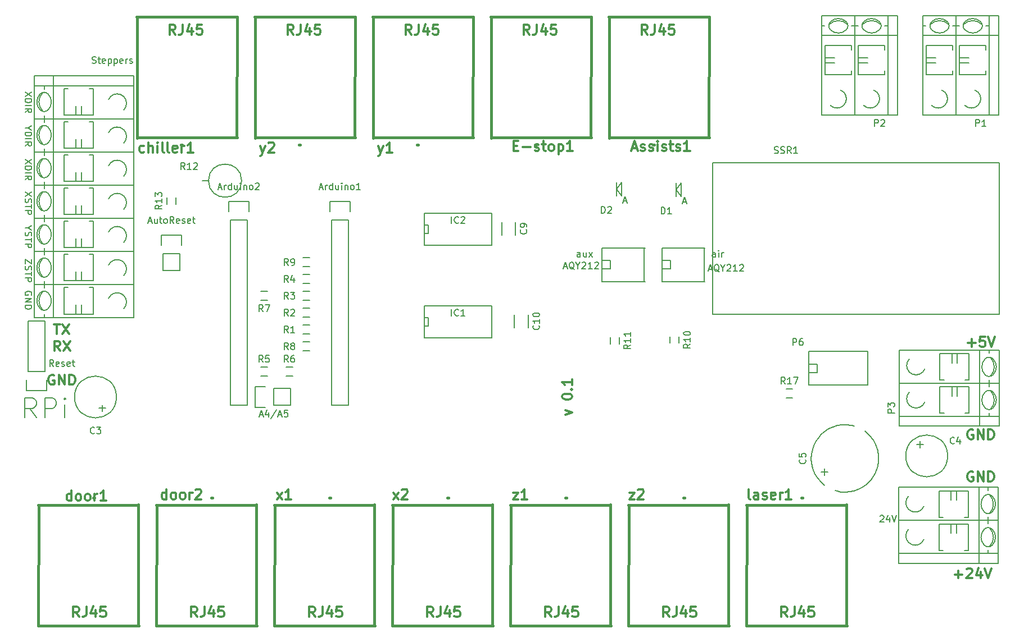
<source format=gto>
G04 #@! TF.FileFunction,Legend,Top*
%FSLAX46Y46*%
G04 Gerber Fmt 4.6, Leading zero omitted, Abs format (unit mm)*
G04 Created by KiCad (PCBNEW (2015-05-13 BZR 5653)-product) date Tue 09 Jun 2015 09:53:39 PM CEST*
%MOMM*%
G01*
G04 APERTURE LIST*
%ADD10C,0.100000*%
%ADD11C,0.300000*%
%ADD12C,0.200000*%
%ADD13C,0.150000*%
%ADD14C,0.381000*%
%ADD15C,0.304800*%
G04 APERTURE END LIST*
D10*
D11*
X252627144Y-110597143D02*
X253770001Y-110597143D01*
X253198572Y-111168571D02*
X253198572Y-110025714D01*
X254412858Y-109811429D02*
X254484287Y-109740000D01*
X254627144Y-109668571D01*
X254984287Y-109668571D01*
X255127144Y-109740000D01*
X255198573Y-109811429D01*
X255270001Y-109954286D01*
X255270001Y-110097143D01*
X255198573Y-110311429D01*
X254341430Y-111168571D01*
X255270001Y-111168571D01*
X256555715Y-110168571D02*
X256555715Y-111168571D01*
X256198572Y-109597143D02*
X255841429Y-110668571D01*
X256770001Y-110668571D01*
X257127143Y-109668571D02*
X257627143Y-111168571D01*
X258127143Y-109668571D01*
X255397143Y-95135000D02*
X255254286Y-95063571D01*
X255040000Y-95063571D01*
X254825715Y-95135000D01*
X254682857Y-95277857D01*
X254611429Y-95420714D01*
X254540000Y-95706429D01*
X254540000Y-95920714D01*
X254611429Y-96206429D01*
X254682857Y-96349286D01*
X254825715Y-96492143D01*
X255040000Y-96563571D01*
X255182857Y-96563571D01*
X255397143Y-96492143D01*
X255468572Y-96420714D01*
X255468572Y-95920714D01*
X255182857Y-95920714D01*
X256111429Y-96563571D02*
X256111429Y-95063571D01*
X256968572Y-96563571D01*
X256968572Y-95063571D01*
X257682858Y-96563571D02*
X257682858Y-95063571D01*
X258040001Y-95063571D01*
X258254286Y-95135000D01*
X258397144Y-95277857D01*
X258468572Y-95420714D01*
X258540001Y-95706429D01*
X258540001Y-95920714D01*
X258468572Y-96206429D01*
X258397144Y-96349286D01*
X258254286Y-96492143D01*
X258040001Y-96563571D01*
X257682858Y-96563571D01*
X254611429Y-75672143D02*
X255754286Y-75672143D01*
X255182857Y-76243571D02*
X255182857Y-75100714D01*
X257182858Y-74743571D02*
X256468572Y-74743571D01*
X256397143Y-75457857D01*
X256468572Y-75386429D01*
X256611429Y-75315000D01*
X256968572Y-75315000D01*
X257111429Y-75386429D01*
X257182858Y-75457857D01*
X257254286Y-75600714D01*
X257254286Y-75957857D01*
X257182858Y-76100714D01*
X257111429Y-76172143D01*
X256968572Y-76243571D01*
X256611429Y-76243571D01*
X256468572Y-76172143D01*
X256397143Y-76100714D01*
X257682857Y-74743571D02*
X258182857Y-76243571D01*
X258682857Y-74743571D01*
X255397143Y-88785000D02*
X255254286Y-88713571D01*
X255040000Y-88713571D01*
X254825715Y-88785000D01*
X254682857Y-88927857D01*
X254611429Y-89070714D01*
X254540000Y-89356429D01*
X254540000Y-89570714D01*
X254611429Y-89856429D01*
X254682857Y-89999286D01*
X254825715Y-90142143D01*
X255040000Y-90213571D01*
X255182857Y-90213571D01*
X255397143Y-90142143D01*
X255468572Y-90070714D01*
X255468572Y-89570714D01*
X255182857Y-89570714D01*
X256111429Y-90213571D02*
X256111429Y-88713571D01*
X256968572Y-90213571D01*
X256968572Y-88713571D01*
X257682858Y-90213571D02*
X257682858Y-88713571D01*
X258040001Y-88713571D01*
X258254286Y-88785000D01*
X258397144Y-88927857D01*
X258468572Y-89070714D01*
X258540001Y-89356429D01*
X258540001Y-89570714D01*
X258468572Y-89856429D01*
X258397144Y-89999286D01*
X258254286Y-90142143D01*
X258040001Y-90213571D01*
X257682858Y-90213571D01*
D12*
X113053810Y-58332857D02*
X112577619Y-58332857D01*
X113577619Y-57999524D02*
X113053810Y-58332857D01*
X113577619Y-58666191D01*
X112625238Y-58951905D02*
X112577619Y-59094762D01*
X112577619Y-59332858D01*
X112625238Y-59428096D01*
X112672857Y-59475715D01*
X112768095Y-59523334D01*
X112863333Y-59523334D01*
X112958571Y-59475715D01*
X113006190Y-59428096D01*
X113053810Y-59332858D01*
X113101429Y-59142381D01*
X113149048Y-59047143D01*
X113196667Y-58999524D01*
X113291905Y-58951905D01*
X113387143Y-58951905D01*
X113482381Y-58999524D01*
X113530000Y-59047143D01*
X113577619Y-59142381D01*
X113577619Y-59380477D01*
X113530000Y-59523334D01*
X113577619Y-59809048D02*
X113577619Y-60380477D01*
X112577619Y-60094762D02*
X113577619Y-60094762D01*
X112577619Y-60713810D02*
X113577619Y-60713810D01*
X113577619Y-61094763D01*
X113530000Y-61190001D01*
X113482381Y-61237620D01*
X113387143Y-61285239D01*
X113244286Y-61285239D01*
X113149048Y-61237620D01*
X113101429Y-61190001D01*
X113053810Y-61094763D01*
X113053810Y-60713810D01*
X113577619Y-52919524D02*
X112577619Y-53586191D01*
X113577619Y-53586191D02*
X112577619Y-52919524D01*
X112625238Y-53919524D02*
X112577619Y-54062381D01*
X112577619Y-54300477D01*
X112625238Y-54395715D01*
X112672857Y-54443334D01*
X112768095Y-54490953D01*
X112863333Y-54490953D01*
X112958571Y-54443334D01*
X113006190Y-54395715D01*
X113053810Y-54300477D01*
X113101429Y-54110000D01*
X113149048Y-54014762D01*
X113196667Y-53967143D01*
X113291905Y-53919524D01*
X113387143Y-53919524D01*
X113482381Y-53967143D01*
X113530000Y-54014762D01*
X113577619Y-54110000D01*
X113577619Y-54348096D01*
X113530000Y-54490953D01*
X113577619Y-54776667D02*
X113577619Y-55348096D01*
X112577619Y-55062381D02*
X113577619Y-55062381D01*
X112577619Y-55681429D02*
X113577619Y-55681429D01*
X113577619Y-56062382D01*
X113530000Y-56157620D01*
X113482381Y-56205239D01*
X113387143Y-56252858D01*
X113244286Y-56252858D01*
X113149048Y-56205239D01*
X113101429Y-56157620D01*
X113053810Y-56062382D01*
X113053810Y-55681429D01*
X113577619Y-47958572D02*
X112577619Y-48625239D01*
X113577619Y-48625239D02*
X112577619Y-47958572D01*
X112577619Y-49006191D02*
X113577619Y-49006191D01*
X113577619Y-49244286D01*
X113530000Y-49387144D01*
X113434762Y-49482382D01*
X113339524Y-49530001D01*
X113149048Y-49577620D01*
X113006190Y-49577620D01*
X112815714Y-49530001D01*
X112720476Y-49482382D01*
X112625238Y-49387144D01*
X112577619Y-49244286D01*
X112577619Y-49006191D01*
X112577619Y-50006191D02*
X113577619Y-50006191D01*
X112577619Y-51053810D02*
X113053810Y-50720476D01*
X112577619Y-50482381D02*
X113577619Y-50482381D01*
X113577619Y-50863334D01*
X113530000Y-50958572D01*
X113482381Y-51006191D01*
X113387143Y-51053810D01*
X113244286Y-51053810D01*
X113149048Y-51006191D01*
X113101429Y-50958572D01*
X113053810Y-50863334D01*
X113053810Y-50482381D01*
X113053810Y-43211905D02*
X112577619Y-43211905D01*
X113577619Y-42878572D02*
X113053810Y-43211905D01*
X113577619Y-43545239D01*
X112577619Y-43878572D02*
X113577619Y-43878572D01*
X113577619Y-44116667D01*
X113530000Y-44259525D01*
X113434762Y-44354763D01*
X113339524Y-44402382D01*
X113149048Y-44450001D01*
X113006190Y-44450001D01*
X112815714Y-44402382D01*
X112720476Y-44354763D01*
X112625238Y-44259525D01*
X112577619Y-44116667D01*
X112577619Y-43878572D01*
X112577619Y-44878572D02*
X113577619Y-44878572D01*
X112577619Y-45926191D02*
X113053810Y-45592857D01*
X112577619Y-45354762D02*
X113577619Y-45354762D01*
X113577619Y-45735715D01*
X113530000Y-45830953D01*
X113482381Y-45878572D01*
X113387143Y-45926191D01*
X113244286Y-45926191D01*
X113149048Y-45878572D01*
X113101429Y-45830953D01*
X113053810Y-45735715D01*
X113053810Y-45354762D01*
X113577619Y-37798572D02*
X112577619Y-38465239D01*
X113577619Y-38465239D02*
X112577619Y-37798572D01*
X112577619Y-38846191D02*
X113577619Y-38846191D01*
X113577619Y-39084286D01*
X113530000Y-39227144D01*
X113434762Y-39322382D01*
X113339524Y-39370001D01*
X113149048Y-39417620D01*
X113006190Y-39417620D01*
X112815714Y-39370001D01*
X112720476Y-39322382D01*
X112625238Y-39227144D01*
X112577619Y-39084286D01*
X112577619Y-38846191D01*
X112577619Y-39846191D02*
X113577619Y-39846191D01*
X112577619Y-40893810D02*
X113053810Y-40560476D01*
X112577619Y-40322381D02*
X113577619Y-40322381D01*
X113577619Y-40703334D01*
X113530000Y-40798572D01*
X113482381Y-40846191D01*
X113387143Y-40893810D01*
X113244286Y-40893810D01*
X113149048Y-40846191D01*
X113101429Y-40798572D01*
X113053810Y-40703334D01*
X113053810Y-40322381D01*
X113577619Y-63079524D02*
X113577619Y-63746191D01*
X112577619Y-63079524D01*
X112577619Y-63746191D01*
X112625238Y-64079524D02*
X112577619Y-64222381D01*
X112577619Y-64460477D01*
X112625238Y-64555715D01*
X112672857Y-64603334D01*
X112768095Y-64650953D01*
X112863333Y-64650953D01*
X112958571Y-64603334D01*
X113006190Y-64555715D01*
X113053810Y-64460477D01*
X113101429Y-64270000D01*
X113149048Y-64174762D01*
X113196667Y-64127143D01*
X113291905Y-64079524D01*
X113387143Y-64079524D01*
X113482381Y-64127143D01*
X113530000Y-64174762D01*
X113577619Y-64270000D01*
X113577619Y-64508096D01*
X113530000Y-64650953D01*
X113577619Y-64936667D02*
X113577619Y-65508096D01*
X112577619Y-65222381D02*
X113577619Y-65222381D01*
X112577619Y-65841429D02*
X113577619Y-65841429D01*
X113577619Y-66222382D01*
X113530000Y-66317620D01*
X113482381Y-66365239D01*
X113387143Y-66412858D01*
X113244286Y-66412858D01*
X113149048Y-66365239D01*
X113101429Y-66317620D01*
X113053810Y-66222382D01*
X113053810Y-65841429D01*
X113530000Y-68453096D02*
X113577619Y-68357858D01*
X113577619Y-68215001D01*
X113530000Y-68072143D01*
X113434762Y-67976905D01*
X113339524Y-67929286D01*
X113149048Y-67881667D01*
X113006190Y-67881667D01*
X112815714Y-67929286D01*
X112720476Y-67976905D01*
X112625238Y-68072143D01*
X112577619Y-68215001D01*
X112577619Y-68310239D01*
X112625238Y-68453096D01*
X112672857Y-68500715D01*
X113006190Y-68500715D01*
X113006190Y-68310239D01*
X112577619Y-68929286D02*
X113577619Y-68929286D01*
X112577619Y-69500715D01*
X113577619Y-69500715D01*
X112577619Y-69976905D02*
X113577619Y-69976905D01*
X113577619Y-70215000D01*
X113530000Y-70357858D01*
X113434762Y-70453096D01*
X113339524Y-70500715D01*
X113149048Y-70548334D01*
X113006190Y-70548334D01*
X112815714Y-70500715D01*
X112720476Y-70453096D01*
X112625238Y-70357858D01*
X112577619Y-70215000D01*
X112577619Y-69976905D01*
D11*
X117860001Y-76878571D02*
X117360001Y-76164286D01*
X117002858Y-76878571D02*
X117002858Y-75378571D01*
X117574286Y-75378571D01*
X117717144Y-75450000D01*
X117788572Y-75521429D01*
X117860001Y-75664286D01*
X117860001Y-75878571D01*
X117788572Y-76021429D01*
X117717144Y-76092857D01*
X117574286Y-76164286D01*
X117002858Y-76164286D01*
X118360001Y-75378571D02*
X119360001Y-76878571D01*
X119360001Y-75378571D02*
X118360001Y-76878571D01*
X116967143Y-72838571D02*
X117824286Y-72838571D01*
X117395715Y-74338571D02*
X117395715Y-72838571D01*
X118181429Y-72838571D02*
X119181429Y-74338571D01*
X119181429Y-72838571D02*
X118181429Y-74338571D01*
D12*
X116871905Y-79192381D02*
X116538571Y-78716190D01*
X116300476Y-79192381D02*
X116300476Y-78192381D01*
X116681429Y-78192381D01*
X116776667Y-78240000D01*
X116824286Y-78287619D01*
X116871905Y-78382857D01*
X116871905Y-78525714D01*
X116824286Y-78620952D01*
X116776667Y-78668571D01*
X116681429Y-78716190D01*
X116300476Y-78716190D01*
X117681429Y-79144762D02*
X117586191Y-79192381D01*
X117395714Y-79192381D01*
X117300476Y-79144762D01*
X117252857Y-79049524D01*
X117252857Y-78668571D01*
X117300476Y-78573333D01*
X117395714Y-78525714D01*
X117586191Y-78525714D01*
X117681429Y-78573333D01*
X117729048Y-78668571D01*
X117729048Y-78763810D01*
X117252857Y-78859048D01*
X118110000Y-79144762D02*
X118205238Y-79192381D01*
X118395714Y-79192381D01*
X118490953Y-79144762D01*
X118538572Y-79049524D01*
X118538572Y-79001905D01*
X118490953Y-78906667D01*
X118395714Y-78859048D01*
X118252857Y-78859048D01*
X118157619Y-78811429D01*
X118110000Y-78716190D01*
X118110000Y-78668571D01*
X118157619Y-78573333D01*
X118252857Y-78525714D01*
X118395714Y-78525714D01*
X118490953Y-78573333D01*
X119348096Y-79144762D02*
X119252858Y-79192381D01*
X119062381Y-79192381D01*
X118967143Y-79144762D01*
X118919524Y-79049524D01*
X118919524Y-78668571D01*
X118967143Y-78573333D01*
X119062381Y-78525714D01*
X119252858Y-78525714D01*
X119348096Y-78573333D01*
X119395715Y-78668571D01*
X119395715Y-78763810D01*
X118919524Y-78859048D01*
X119681429Y-78525714D02*
X120062381Y-78525714D01*
X119824286Y-78192381D02*
X119824286Y-79049524D01*
X119871905Y-79144762D01*
X119967143Y-79192381D01*
X120062381Y-79192381D01*
D11*
X116967143Y-80530000D02*
X116824286Y-80458571D01*
X116610000Y-80458571D01*
X116395715Y-80530000D01*
X116252857Y-80672857D01*
X116181429Y-80815714D01*
X116110000Y-81101429D01*
X116110000Y-81315714D01*
X116181429Y-81601429D01*
X116252857Y-81744286D01*
X116395715Y-81887143D01*
X116610000Y-81958571D01*
X116752857Y-81958571D01*
X116967143Y-81887143D01*
X117038572Y-81815714D01*
X117038572Y-81315714D01*
X116752857Y-81315714D01*
X117681429Y-81958571D02*
X117681429Y-80458571D01*
X118538572Y-81958571D01*
X118538572Y-80458571D01*
X119252858Y-81958571D02*
X119252858Y-80458571D01*
X119610001Y-80458571D01*
X119824286Y-80530000D01*
X119967144Y-80672857D01*
X120038572Y-80815714D01*
X120110001Y-81101429D01*
X120110001Y-81315714D01*
X120038572Y-81601429D01*
X119967144Y-81744286D01*
X119824286Y-81887143D01*
X119610001Y-81958571D01*
X119252858Y-81958571D01*
X193988571Y-86534285D02*
X194988571Y-86177142D01*
X193988571Y-85820000D01*
X193488571Y-83820000D02*
X193488571Y-83677143D01*
X193560000Y-83534286D01*
X193631429Y-83462857D01*
X193774286Y-83391428D01*
X194060000Y-83320000D01*
X194417143Y-83320000D01*
X194702857Y-83391428D01*
X194845714Y-83462857D01*
X194917143Y-83534286D01*
X194988571Y-83677143D01*
X194988571Y-83820000D01*
X194917143Y-83962857D01*
X194845714Y-84034286D01*
X194702857Y-84105714D01*
X194417143Y-84177143D01*
X194060000Y-84177143D01*
X193774286Y-84105714D01*
X193631429Y-84034286D01*
X193560000Y-83962857D01*
X193488571Y-83820000D01*
X194845714Y-82677143D02*
X194917143Y-82605715D01*
X194988571Y-82677143D01*
X194917143Y-82748572D01*
X194845714Y-82677143D01*
X194988571Y-82677143D01*
X194988571Y-81177143D02*
X194988571Y-82034286D01*
X194988571Y-81605714D02*
X193488571Y-81605714D01*
X193702857Y-81748571D01*
X193845714Y-81891429D01*
X193917143Y-82034286D01*
D13*
X256276000Y-102422000D02*
X256276000Y-97422000D01*
X244175280Y-97422960D02*
X244175280Y-102421680D01*
X259176520Y-97422960D02*
X259176520Y-102421680D01*
X244175280Y-97422960D02*
X259176520Y-97422960D01*
X257675380Y-102421680D02*
X257675380Y-101921300D01*
X257675380Y-97422960D02*
X257675380Y-97920800D01*
X254675640Y-101972100D02*
X254076200Y-101972100D01*
X254675640Y-97971600D02*
X254675640Y-101972100D01*
X250276360Y-97971600D02*
X254675640Y-97971600D01*
X250276360Y-101972100D02*
X250276360Y-97971600D01*
X250276360Y-101972100D02*
X250875800Y-101972100D01*
X252077220Y-97971600D02*
X252077220Y-99371140D01*
X252874780Y-97971600D02*
X252874780Y-99371140D01*
X245676420Y-98771700D02*
G75*
G03X245676420Y-100773220I1000760J-1000760D01*
G01*
X245676420Y-100770680D02*
G75*
G03X247675400Y-100773220I1000760J998220D01*
G01*
X257078480Y-98774240D02*
G75*
G03X257078480Y-101172000I1198880J-1198880D01*
G01*
X258277360Y-101172000D02*
G75*
G03X258274820Y-98771700I-1201420J1198880D01*
G01*
X257075940Y-101172000D02*
G75*
G03X258274820Y-101172000I599440J599440D01*
G01*
X258277360Y-98771700D02*
G75*
G03X257075940Y-98769160I-601980J-599440D01*
G01*
X257878580Y-101372660D02*
G75*
G03X257876040Y-98571040I-1402080J1399540D01*
G01*
X246128540Y-101070400D02*
G75*
G03X247975120Y-100321100I548640J1297940D01*
G01*
X256276000Y-102422000D02*
X256276000Y-108922000D01*
X259176000Y-107422000D02*
X259176000Y-108922000D01*
X259176000Y-108922000D02*
X244176000Y-108922000D01*
X244176000Y-108922000D02*
X244176000Y-107422000D01*
X246128540Y-106070400D02*
G75*
G03X247975120Y-105321100I548640J1297940D01*
G01*
X257878580Y-106372660D02*
G75*
G03X257876040Y-103571040I-1402080J1399540D01*
G01*
X258277360Y-103771700D02*
G75*
G03X257075940Y-103769160I-601980J-599440D01*
G01*
X257075940Y-106172000D02*
G75*
G03X258274820Y-106172000I599440J599440D01*
G01*
X258277360Y-106172000D02*
G75*
G03X258274820Y-103771700I-1201420J1198880D01*
G01*
X257078480Y-103774240D02*
G75*
G03X257078480Y-106172000I1198880J-1198880D01*
G01*
X245676420Y-105770680D02*
G75*
G03X247675400Y-105773220I1000760J998220D01*
G01*
X245676420Y-103771700D02*
G75*
G03X245676420Y-105773220I1000760J-1000760D01*
G01*
X252874780Y-102971600D02*
X252874780Y-104371140D01*
X252077220Y-102971600D02*
X252077220Y-104371140D01*
X250276360Y-106972100D02*
X250875800Y-106972100D01*
X250276360Y-106972100D02*
X250276360Y-102971600D01*
X250276360Y-102971600D02*
X254675640Y-102971600D01*
X254675640Y-102971600D02*
X254675640Y-106972100D01*
X254675640Y-106972100D02*
X254076200Y-106972100D01*
X257675380Y-102422960D02*
X257675380Y-102920800D01*
X257675380Y-107421680D02*
X257675380Y-106921300D01*
X244175280Y-102422960D02*
X259176520Y-102422960D01*
X259176520Y-102422960D02*
X259176520Y-107421680D01*
X259176520Y-107421680D02*
X244175280Y-107421680D01*
X244175280Y-102422960D02*
X244175280Y-107421680D01*
X150050000Y-82550000D02*
X152590000Y-82550000D01*
X147230000Y-82270000D02*
X148780000Y-82270000D01*
X150050000Y-82550000D02*
X150050000Y-85090000D01*
X148780000Y-85370000D02*
X147230000Y-85370000D01*
X147230000Y-85370000D02*
X147230000Y-82270000D01*
X150050000Y-85090000D02*
X152590000Y-85090000D01*
X152590000Y-85090000D02*
X152590000Y-82550000D01*
X161290000Y-57150000D02*
X161290000Y-85090000D01*
X161290000Y-85090000D02*
X158750000Y-85090000D01*
X158750000Y-85090000D02*
X158750000Y-57150000D01*
X161570000Y-54330000D02*
X161570000Y-55880000D01*
X161290000Y-57150000D02*
X158750000Y-57150000D01*
X158470000Y-55880000D02*
X158470000Y-54330000D01*
X158470000Y-54330000D02*
X161570000Y-54330000D01*
X146050000Y-57150000D02*
X146050000Y-85090000D01*
X146050000Y-85090000D02*
X143510000Y-85090000D01*
X143510000Y-85090000D02*
X143510000Y-57150000D01*
X146330000Y-54330000D02*
X146330000Y-55880000D01*
X146050000Y-57150000D02*
X143510000Y-57150000D01*
X143230000Y-55880000D02*
X143230000Y-54330000D01*
X143230000Y-54330000D02*
X146330000Y-54330000D01*
D14*
X207213200Y-45770800D02*
X207314800Y-45770800D01*
X215595200Y-44627800D02*
X215671400Y-26492200D01*
X215671400Y-26492200D02*
X200482200Y-26492200D01*
X200558400Y-27101800D02*
X200558400Y-26492200D01*
X200609200Y-44754800D02*
X200558400Y-27076400D01*
X200609200Y-44678600D02*
X215620600Y-44678600D01*
D13*
X135890000Y-62230000D02*
X135890000Y-64770000D01*
X136170000Y-59410000D02*
X136170000Y-60960000D01*
X135890000Y-62230000D02*
X133350000Y-62230000D01*
X133070000Y-60960000D02*
X133070000Y-59410000D01*
X133070000Y-59410000D02*
X136170000Y-59410000D01*
X133350000Y-62230000D02*
X133350000Y-64770000D01*
X133350000Y-64770000D02*
X135890000Y-64770000D01*
X124190760Y-86019640D02*
X124190760Y-85018880D01*
X124691140Y-85519260D02*
X123690380Y-85519260D01*
X126339600Y-83820000D02*
G75*
G03X126339600Y-83820000I-3149600J0D01*
G01*
X247411240Y-90510360D02*
X247411240Y-91511120D01*
X246910860Y-91010740D02*
X247911620Y-91010740D01*
X251561600Y-92710000D02*
G75*
G03X251561600Y-92710000I-3149600J0D01*
G01*
X234642660Y-97939860D02*
X234993180Y-98041460D01*
X234993180Y-98041460D02*
X235493560Y-98140520D01*
X235493560Y-98140520D02*
X236192060Y-98191320D01*
X236192060Y-98191320D02*
X236794040Y-98092260D01*
X236794040Y-98092260D02*
X237393480Y-97990660D01*
X237393480Y-97990660D02*
X238091980Y-97741740D01*
X238091980Y-97741740D02*
X238742220Y-97442020D01*
X238742220Y-97442020D02*
X239344200Y-96989900D01*
X239344200Y-96989900D02*
X240042700Y-96291400D01*
X240042700Y-96291400D02*
X240642140Y-95392240D01*
X240642140Y-95392240D02*
X241043460Y-94289880D01*
X241043460Y-94289880D02*
X241142520Y-93540580D01*
X241142520Y-93540580D02*
X241142520Y-92641420D01*
X241142520Y-92641420D02*
X241043460Y-91940380D01*
X241043460Y-91940380D02*
X240743740Y-90990420D01*
X240743740Y-90990420D02*
X240342420Y-90291920D01*
X240342420Y-90291920D02*
X239742980Y-89590880D01*
X239742980Y-89590880D02*
X239143540Y-88991440D01*
X234942380Y-88140540D02*
X234243880Y-88341200D01*
X234243880Y-88341200D02*
X233593640Y-88640920D01*
X233593640Y-88640920D02*
X232943400Y-89090500D01*
X232943400Y-89090500D02*
X232493820Y-89491820D01*
X232493820Y-89491820D02*
X232044240Y-90040460D01*
X232044240Y-90040460D02*
X231741980Y-90490040D01*
X231741980Y-90490040D02*
X231394000Y-91140280D01*
X231394000Y-91140280D02*
X231193340Y-91742260D01*
X231193340Y-91742260D02*
X231043480Y-92389960D01*
X231043480Y-92389960D02*
X230992680Y-93141800D01*
X230992680Y-93141800D02*
X231043480Y-93792040D01*
X231043480Y-93792040D02*
X231244140Y-94592140D01*
X231244140Y-94592140D02*
X231592120Y-95440500D01*
X231592120Y-95440500D02*
X231993440Y-96090740D01*
X231993440Y-96090740D02*
X232542080Y-96690180D01*
X232542080Y-96690180D02*
X232994200Y-97139760D01*
X237492540Y-88191340D02*
X237042960Y-88089740D01*
X237042960Y-88089740D02*
X236341920Y-87990680D01*
X236341920Y-87990680D02*
X235592620Y-88041480D01*
X235592620Y-88041480D02*
X234942380Y-88140540D01*
X232537000Y-95123000D02*
X233553000Y-95123000D01*
X233045000Y-95631000D02*
X233045000Y-94615000D01*
X186445000Y-59420000D02*
X186445000Y-57420000D01*
X184395000Y-57420000D02*
X184395000Y-59420000D01*
X188350000Y-73390000D02*
X188350000Y-71390000D01*
X186300000Y-71390000D02*
X186300000Y-73390000D01*
D14*
X136093200Y-45770800D02*
X136194800Y-45770800D01*
X144475200Y-44627800D02*
X144551400Y-26492200D01*
X144551400Y-26492200D02*
X129362200Y-26492200D01*
X129438400Y-27101800D02*
X129438400Y-26492200D01*
X129489200Y-44754800D02*
X129438400Y-27076400D01*
X129489200Y-44678600D02*
X144500600Y-44678600D01*
D13*
X210693000Y-52578000D02*
X211455000Y-53594000D01*
X210693000Y-52578000D02*
X211455000Y-51562000D01*
X210693000Y-51562000D02*
X210693000Y-53594000D01*
X211455000Y-51562000D02*
X211455000Y-53594000D01*
X201676000Y-52451000D02*
X202438000Y-53467000D01*
X201676000Y-52451000D02*
X202438000Y-51435000D01*
X201676000Y-51435000D02*
X201676000Y-53467000D01*
X202438000Y-51435000D02*
X202438000Y-53467000D01*
D14*
X122986800Y-99009200D02*
X122885200Y-99009200D01*
X114604800Y-100152200D02*
X114528600Y-118287800D01*
X114528600Y-118287800D02*
X129717800Y-118287800D01*
X129641600Y-117678200D02*
X129641600Y-118287800D01*
X129590800Y-100025200D02*
X129641600Y-117703600D01*
X129590800Y-100101400D02*
X114579400Y-100101400D01*
X140766800Y-99009200D02*
X140665200Y-99009200D01*
X132384800Y-100152200D02*
X132308600Y-118287800D01*
X132308600Y-118287800D02*
X147497800Y-118287800D01*
X147421600Y-117678200D02*
X147421600Y-118287800D01*
X147370800Y-100025200D02*
X147421600Y-117703600D01*
X147370800Y-100101400D02*
X132359400Y-100101400D01*
X189433200Y-45770800D02*
X189534800Y-45770800D01*
X197815200Y-44627800D02*
X197891400Y-26492200D01*
X197891400Y-26492200D02*
X182702200Y-26492200D01*
X182778400Y-27101800D02*
X182778400Y-26492200D01*
X182829200Y-44754800D02*
X182778400Y-27076400D01*
X182829200Y-44678600D02*
X197840600Y-44678600D01*
X229666800Y-99009200D02*
X229565200Y-99009200D01*
X221284800Y-100152200D02*
X221208600Y-118287800D01*
X221208600Y-118287800D02*
X236397800Y-118287800D01*
X236321600Y-117678200D02*
X236321600Y-118287800D01*
X236270800Y-100025200D02*
X236321600Y-117703600D01*
X236270800Y-100101400D02*
X221259400Y-100101400D01*
D13*
X252790000Y-29220000D02*
X247790000Y-29220000D01*
X247790960Y-41320720D02*
X252789680Y-41320720D01*
X247790960Y-26319480D02*
X252789680Y-26319480D01*
X247790960Y-41320720D02*
X247790960Y-26319480D01*
X252789680Y-27820620D02*
X252289300Y-27820620D01*
X247790960Y-27820620D02*
X248288800Y-27820620D01*
X252340100Y-30820360D02*
X252340100Y-31419800D01*
X248339600Y-30820360D02*
X252340100Y-30820360D01*
X248339600Y-35219640D02*
X248339600Y-30820360D01*
X252340100Y-35219640D02*
X248339600Y-35219640D01*
X252340100Y-35219640D02*
X252340100Y-34620200D01*
X248339600Y-33418780D02*
X249739140Y-33418780D01*
X248339600Y-32621220D02*
X249739140Y-32621220D01*
X249139700Y-39819580D02*
G75*
G03X251141220Y-39819580I1000760J1000760D01*
G01*
X251138680Y-39819580D02*
G75*
G03X251141220Y-37820600I-998220J1000760D01*
G01*
X249142240Y-28417520D02*
G75*
G03X251540000Y-28417520I1198880J1198880D01*
G01*
X251540000Y-27218640D02*
G75*
G03X249139700Y-27221180I-1198880J-1201420D01*
G01*
X251540000Y-28420060D02*
G75*
G03X251540000Y-27221180I-599440J599440D01*
G01*
X249139700Y-27218640D02*
G75*
G03X249137160Y-28420060I599440J-601980D01*
G01*
X251740660Y-27617420D02*
G75*
G03X248939040Y-27619960I-1399540J-1402080D01*
G01*
X251438400Y-39367460D02*
G75*
G03X250689100Y-37520880I-1297940J548640D01*
G01*
X252790000Y-29220000D02*
X259290000Y-29220000D01*
X257790000Y-26320000D02*
X259290000Y-26320000D01*
X259290000Y-26320000D02*
X259290000Y-41320000D01*
X259290000Y-41320000D02*
X257790000Y-41320000D01*
X256438400Y-39367460D02*
G75*
G03X255689100Y-37520880I-1297940J548640D01*
G01*
X256740660Y-27617420D02*
G75*
G03X253939040Y-27619960I-1399540J-1402080D01*
G01*
X254139700Y-27218640D02*
G75*
G03X254137160Y-28420060I599440J-601980D01*
G01*
X256540000Y-28420060D02*
G75*
G03X256540000Y-27221180I-599440J599440D01*
G01*
X256540000Y-27218640D02*
G75*
G03X254139700Y-27221180I-1198880J-1201420D01*
G01*
X254142240Y-28417520D02*
G75*
G03X256540000Y-28417520I1198880J1198880D01*
G01*
X256138680Y-39819580D02*
G75*
G03X256141220Y-37820600I-998220J1000760D01*
G01*
X254139700Y-39819580D02*
G75*
G03X256141220Y-39819580I1000760J1000760D01*
G01*
X253339600Y-32621220D02*
X254739140Y-32621220D01*
X253339600Y-33418780D02*
X254739140Y-33418780D01*
X257340100Y-35219640D02*
X257340100Y-34620200D01*
X257340100Y-35219640D02*
X253339600Y-35219640D01*
X253339600Y-35219640D02*
X253339600Y-30820360D01*
X253339600Y-30820360D02*
X257340100Y-30820360D01*
X257340100Y-30820360D02*
X257340100Y-31419800D01*
X252790960Y-27820620D02*
X253288800Y-27820620D01*
X257789680Y-27820620D02*
X257289300Y-27820620D01*
X252790960Y-41320720D02*
X252790960Y-26319480D01*
X252790960Y-26319480D02*
X257789680Y-26319480D01*
X257789680Y-26319480D02*
X257789680Y-41320720D01*
X252790960Y-41320720D02*
X257789680Y-41320720D01*
X237550000Y-29220000D02*
X232550000Y-29220000D01*
X232550960Y-41320720D02*
X237549680Y-41320720D01*
X232550960Y-26319480D02*
X237549680Y-26319480D01*
X232550960Y-41320720D02*
X232550960Y-26319480D01*
X237549680Y-27820620D02*
X237049300Y-27820620D01*
X232550960Y-27820620D02*
X233048800Y-27820620D01*
X237100100Y-30820360D02*
X237100100Y-31419800D01*
X233099600Y-30820360D02*
X237100100Y-30820360D01*
X233099600Y-35219640D02*
X233099600Y-30820360D01*
X237100100Y-35219640D02*
X233099600Y-35219640D01*
X237100100Y-35219640D02*
X237100100Y-34620200D01*
X233099600Y-33418780D02*
X234499140Y-33418780D01*
X233099600Y-32621220D02*
X234499140Y-32621220D01*
X233899700Y-39819580D02*
G75*
G03X235901220Y-39819580I1000760J1000760D01*
G01*
X235898680Y-39819580D02*
G75*
G03X235901220Y-37820600I-998220J1000760D01*
G01*
X233902240Y-28417520D02*
G75*
G03X236300000Y-28417520I1198880J1198880D01*
G01*
X236300000Y-27218640D02*
G75*
G03X233899700Y-27221180I-1198880J-1201420D01*
G01*
X236300000Y-28420060D02*
G75*
G03X236300000Y-27221180I-599440J599440D01*
G01*
X233899700Y-27218640D02*
G75*
G03X233897160Y-28420060I599440J-601980D01*
G01*
X236500660Y-27617420D02*
G75*
G03X233699040Y-27619960I-1399540J-1402080D01*
G01*
X236198400Y-39367460D02*
G75*
G03X235449100Y-37520880I-1297940J548640D01*
G01*
X237550000Y-29220000D02*
X244050000Y-29220000D01*
X242550000Y-26320000D02*
X244050000Y-26320000D01*
X244050000Y-26320000D02*
X244050000Y-41320000D01*
X244050000Y-41320000D02*
X242550000Y-41320000D01*
X241198400Y-39367460D02*
G75*
G03X240449100Y-37520880I-1297940J548640D01*
G01*
X241500660Y-27617420D02*
G75*
G03X238699040Y-27619960I-1399540J-1402080D01*
G01*
X238899700Y-27218640D02*
G75*
G03X238897160Y-28420060I599440J-601980D01*
G01*
X241300000Y-28420060D02*
G75*
G03X241300000Y-27221180I-599440J599440D01*
G01*
X241300000Y-27218640D02*
G75*
G03X238899700Y-27221180I-1198880J-1201420D01*
G01*
X238902240Y-28417520D02*
G75*
G03X241300000Y-28417520I1198880J1198880D01*
G01*
X240898680Y-39819580D02*
G75*
G03X240901220Y-37820600I-998220J1000760D01*
G01*
X238899700Y-39819580D02*
G75*
G03X240901220Y-39819580I1000760J1000760D01*
G01*
X238099600Y-32621220D02*
X239499140Y-32621220D01*
X238099600Y-33418780D02*
X239499140Y-33418780D01*
X242100100Y-35219640D02*
X242100100Y-34620200D01*
X242100100Y-35219640D02*
X238099600Y-35219640D01*
X238099600Y-35219640D02*
X238099600Y-30820360D01*
X238099600Y-30820360D02*
X242100100Y-30820360D01*
X242100100Y-30820360D02*
X242100100Y-31419800D01*
X237550960Y-27820620D02*
X238048800Y-27820620D01*
X242549680Y-27820620D02*
X242049300Y-27820620D01*
X237550960Y-41320720D02*
X237550960Y-26319480D01*
X237550960Y-26319480D02*
X242549680Y-26319480D01*
X242549680Y-26319480D02*
X242549680Y-41320720D01*
X237550960Y-41320720D02*
X242549680Y-41320720D01*
X256403000Y-81721000D02*
X256403000Y-76721000D01*
X244302280Y-76721960D02*
X244302280Y-81720680D01*
X259303520Y-76721960D02*
X259303520Y-81720680D01*
X244302280Y-76721960D02*
X259303520Y-76721960D01*
X257802380Y-81720680D02*
X257802380Y-81220300D01*
X257802380Y-76721960D02*
X257802380Y-77219800D01*
X254802640Y-81271100D02*
X254203200Y-81271100D01*
X254802640Y-77270600D02*
X254802640Y-81271100D01*
X250403360Y-77270600D02*
X254802640Y-77270600D01*
X250403360Y-81271100D02*
X250403360Y-77270600D01*
X250403360Y-81271100D02*
X251002800Y-81271100D01*
X252204220Y-77270600D02*
X252204220Y-78670140D01*
X253001780Y-77270600D02*
X253001780Y-78670140D01*
X245803420Y-78070700D02*
G75*
G03X245803420Y-80072220I1000760J-1000760D01*
G01*
X245803420Y-80069680D02*
G75*
G03X247802400Y-80072220I1000760J998220D01*
G01*
X257205480Y-78073240D02*
G75*
G03X257205480Y-80471000I1198880J-1198880D01*
G01*
X258404360Y-80471000D02*
G75*
G03X258401820Y-78070700I-1201420J1198880D01*
G01*
X257202940Y-80471000D02*
G75*
G03X258401820Y-80471000I599440J599440D01*
G01*
X258404360Y-78070700D02*
G75*
G03X257202940Y-78068160I-601980J-599440D01*
G01*
X258005580Y-80671660D02*
G75*
G03X258003040Y-77870040I-1402080J1399540D01*
G01*
X246255540Y-80369400D02*
G75*
G03X248102120Y-79620100I548640J1297940D01*
G01*
X256403000Y-81721000D02*
X256403000Y-88221000D01*
X259303000Y-86721000D02*
X259303000Y-88221000D01*
X259303000Y-88221000D02*
X244303000Y-88221000D01*
X244303000Y-88221000D02*
X244303000Y-86721000D01*
X246255540Y-85369400D02*
G75*
G03X248102120Y-84620100I548640J1297940D01*
G01*
X258005580Y-85671660D02*
G75*
G03X258003040Y-82870040I-1402080J1399540D01*
G01*
X258404360Y-83070700D02*
G75*
G03X257202940Y-83068160I-601980J-599440D01*
G01*
X257202940Y-85471000D02*
G75*
G03X258401820Y-85471000I599440J599440D01*
G01*
X258404360Y-85471000D02*
G75*
G03X258401820Y-83070700I-1201420J1198880D01*
G01*
X257205480Y-83073240D02*
G75*
G03X257205480Y-85471000I1198880J-1198880D01*
G01*
X245803420Y-85069680D02*
G75*
G03X247802400Y-85072220I1000760J998220D01*
G01*
X245803420Y-83070700D02*
G75*
G03X245803420Y-85072220I1000760J-1000760D01*
G01*
X253001780Y-82270600D02*
X253001780Y-83670140D01*
X252204220Y-82270600D02*
X252204220Y-83670140D01*
X250403360Y-86271100D02*
X251002800Y-86271100D01*
X250403360Y-86271100D02*
X250403360Y-82270600D01*
X250403360Y-82270600D02*
X254802640Y-82270600D01*
X254802640Y-82270600D02*
X254802640Y-86271100D01*
X254802640Y-86271100D02*
X254203200Y-86271100D01*
X257802380Y-81721960D02*
X257802380Y-82219800D01*
X257802380Y-86720680D02*
X257802380Y-86220300D01*
X244302280Y-81721960D02*
X259303520Y-81721960D01*
X259303520Y-81721960D02*
X259303520Y-86720680D01*
X259303520Y-86720680D02*
X244302280Y-86720680D01*
X244302280Y-81721960D02*
X244302280Y-86720680D01*
X230632000Y-76962000D02*
X239522000Y-76962000D01*
X239522000Y-76962000D02*
X239522000Y-82042000D01*
X239522000Y-82042000D02*
X230632000Y-82042000D01*
X230632000Y-82042000D02*
X230632000Y-76962000D01*
X230632000Y-78867000D02*
X231902000Y-78867000D01*
X231902000Y-78867000D02*
X231902000Y-80137000D01*
X231902000Y-80137000D02*
X230632000Y-80137000D01*
X155440000Y-74335000D02*
X154440000Y-74335000D01*
X154440000Y-72985000D02*
X155440000Y-72985000D01*
X155440000Y-71795000D02*
X154440000Y-71795000D01*
X154440000Y-70445000D02*
X155440000Y-70445000D01*
X155440000Y-69255000D02*
X154440000Y-69255000D01*
X154440000Y-67905000D02*
X155440000Y-67905000D01*
X154440000Y-65365000D02*
X155440000Y-65365000D01*
X155440000Y-66715000D02*
X154440000Y-66715000D01*
X149090000Y-80685000D02*
X148090000Y-80685000D01*
X148090000Y-79335000D02*
X149090000Y-79335000D01*
X152900000Y-80685000D02*
X151900000Y-80685000D01*
X151900000Y-79335000D02*
X152900000Y-79335000D01*
X148090000Y-67905000D02*
X149090000Y-67905000D01*
X149090000Y-69255000D02*
X148090000Y-69255000D01*
X155440000Y-76875000D02*
X154440000Y-76875000D01*
X154440000Y-75525000D02*
X155440000Y-75525000D01*
X154440000Y-62825000D02*
X155440000Y-62825000D01*
X155440000Y-64175000D02*
X154440000Y-64175000D01*
X209764000Y-75684000D02*
X209764000Y-74684000D01*
X211114000Y-74684000D02*
X211114000Y-75684000D01*
X200747000Y-75811000D02*
X200747000Y-74811000D01*
X202097000Y-74811000D02*
X202097000Y-75811000D01*
X228211000Y-83987000D02*
X227211000Y-83987000D01*
X227211000Y-82637000D02*
X228211000Y-82637000D01*
X115570000Y-80010000D02*
X115570000Y-72390000D01*
X113030000Y-80010000D02*
X113030000Y-72390000D01*
X112750000Y-82830000D02*
X112750000Y-81280000D01*
X115570000Y-72390000D02*
X113030000Y-72390000D01*
X113030000Y-80010000D02*
X115570000Y-80010000D01*
X115850000Y-81280000D02*
X115850000Y-82830000D01*
X115850000Y-82830000D02*
X112750000Y-82830000D01*
X126997460Y-68201600D02*
G75*
G03X125150880Y-68950900I-548640J-1297940D01*
G01*
X115247420Y-67899340D02*
G75*
G03X115249960Y-70700960I1402080J-1399540D01*
G01*
X114848640Y-70500300D02*
G75*
G03X116050060Y-70502840I601980J599440D01*
G01*
X116050060Y-68100000D02*
G75*
G03X114851180Y-68100000I-599440J-599440D01*
G01*
X114848640Y-68100000D02*
G75*
G03X114851180Y-70500300I1201420J-1198880D01*
G01*
X116047520Y-70497760D02*
G75*
G03X116047520Y-68100000I-1198880J1198880D01*
G01*
X127449580Y-68501320D02*
G75*
G03X125450600Y-68498780I-1000760J-998220D01*
G01*
X127449580Y-70500300D02*
G75*
G03X127449580Y-68498780I-1000760J1000760D01*
G01*
X120251220Y-71300400D02*
X120251220Y-69900860D01*
X121048780Y-71300400D02*
X121048780Y-69900860D01*
X122849640Y-67299900D02*
X122250200Y-67299900D01*
X122849640Y-67299900D02*
X122849640Y-71300400D01*
X122849640Y-71300400D02*
X118450360Y-71300400D01*
X118450360Y-71300400D02*
X118450360Y-67299900D01*
X118450360Y-67299900D02*
X119049800Y-67299900D01*
X115450620Y-71849040D02*
X115450620Y-71351200D01*
X115450620Y-66850320D02*
X115450620Y-67350700D01*
X128950720Y-71849040D02*
X113949480Y-71849040D01*
X113949480Y-71849040D02*
X113949480Y-66850320D01*
X128950720Y-71849040D02*
X128950720Y-66850320D01*
X116850000Y-66850000D02*
X116850000Y-71850000D01*
X116850000Y-61850000D02*
X116850000Y-66850000D01*
X128950720Y-66849040D02*
X128950720Y-61850320D01*
X113949480Y-66849040D02*
X113949480Y-61850320D01*
X128950720Y-66849040D02*
X113949480Y-66849040D01*
X115450620Y-61850320D02*
X115450620Y-62350700D01*
X115450620Y-66849040D02*
X115450620Y-66351200D01*
X118450360Y-62299900D02*
X119049800Y-62299900D01*
X118450360Y-66300400D02*
X118450360Y-62299900D01*
X122849640Y-66300400D02*
X118450360Y-66300400D01*
X122849640Y-62299900D02*
X122849640Y-66300400D01*
X122849640Y-62299900D02*
X122250200Y-62299900D01*
X121048780Y-66300400D02*
X121048780Y-64900860D01*
X120251220Y-66300400D02*
X120251220Y-64900860D01*
X127449580Y-65500300D02*
G75*
G03X127449580Y-63498780I-1000760J1000760D01*
G01*
X127449580Y-63501320D02*
G75*
G03X125450600Y-63498780I-1000760J-998220D01*
G01*
X116047520Y-65497760D02*
G75*
G03X116047520Y-63100000I-1198880J1198880D01*
G01*
X114848640Y-63100000D02*
G75*
G03X114851180Y-65500300I1201420J-1198880D01*
G01*
X116050060Y-63100000D02*
G75*
G03X114851180Y-63100000I-599440J-599440D01*
G01*
X114848640Y-65500300D02*
G75*
G03X116050060Y-65502840I601980J599440D01*
G01*
X115247420Y-62899340D02*
G75*
G03X115249960Y-65700960I1402080J-1399540D01*
G01*
X126997460Y-63201600D02*
G75*
G03X125150880Y-63950900I-548640J-1297940D01*
G01*
X126997460Y-58201600D02*
G75*
G03X125150880Y-58950900I-548640J-1297940D01*
G01*
X115247420Y-57899340D02*
G75*
G03X115249960Y-60700960I1402080J-1399540D01*
G01*
X114848640Y-60500300D02*
G75*
G03X116050060Y-60502840I601980J599440D01*
G01*
X116050060Y-58100000D02*
G75*
G03X114851180Y-58100000I-599440J-599440D01*
G01*
X114848640Y-58100000D02*
G75*
G03X114851180Y-60500300I1201420J-1198880D01*
G01*
X116047520Y-60497760D02*
G75*
G03X116047520Y-58100000I-1198880J1198880D01*
G01*
X127449580Y-58501320D02*
G75*
G03X125450600Y-58498780I-1000760J-998220D01*
G01*
X127449580Y-60500300D02*
G75*
G03X127449580Y-58498780I-1000760J1000760D01*
G01*
X120251220Y-61300400D02*
X120251220Y-59900860D01*
X121048780Y-61300400D02*
X121048780Y-59900860D01*
X122849640Y-57299900D02*
X122250200Y-57299900D01*
X122849640Y-57299900D02*
X122849640Y-61300400D01*
X122849640Y-61300400D02*
X118450360Y-61300400D01*
X118450360Y-61300400D02*
X118450360Y-57299900D01*
X118450360Y-57299900D02*
X119049800Y-57299900D01*
X115450620Y-61849040D02*
X115450620Y-61351200D01*
X115450620Y-56850320D02*
X115450620Y-57350700D01*
X128950720Y-61849040D02*
X113949480Y-61849040D01*
X113949480Y-61849040D02*
X113949480Y-56850320D01*
X128950720Y-61849040D02*
X128950720Y-56850320D01*
X116850000Y-56850000D02*
X116850000Y-61850000D01*
X116850000Y-51850000D02*
X116850000Y-56850000D01*
X128950720Y-56849040D02*
X128950720Y-51850320D01*
X113949480Y-56849040D02*
X113949480Y-51850320D01*
X128950720Y-56849040D02*
X113949480Y-56849040D01*
X115450620Y-51850320D02*
X115450620Y-52350700D01*
X115450620Y-56849040D02*
X115450620Y-56351200D01*
X118450360Y-52299900D02*
X119049800Y-52299900D01*
X118450360Y-56300400D02*
X118450360Y-52299900D01*
X122849640Y-56300400D02*
X118450360Y-56300400D01*
X122849640Y-52299900D02*
X122849640Y-56300400D01*
X122849640Y-52299900D02*
X122250200Y-52299900D01*
X121048780Y-56300400D02*
X121048780Y-54900860D01*
X120251220Y-56300400D02*
X120251220Y-54900860D01*
X127449580Y-55500300D02*
G75*
G03X127449580Y-53498780I-1000760J1000760D01*
G01*
X127449580Y-53501320D02*
G75*
G03X125450600Y-53498780I-1000760J-998220D01*
G01*
X116047520Y-55497760D02*
G75*
G03X116047520Y-53100000I-1198880J1198880D01*
G01*
X114848640Y-53100000D02*
G75*
G03X114851180Y-55500300I1201420J-1198880D01*
G01*
X116050060Y-53100000D02*
G75*
G03X114851180Y-53100000I-599440J-599440D01*
G01*
X114848640Y-55500300D02*
G75*
G03X116050060Y-55502840I601980J599440D01*
G01*
X115247420Y-52899340D02*
G75*
G03X115249960Y-55700960I1402080J-1399540D01*
G01*
X126997460Y-53201600D02*
G75*
G03X125150880Y-53950900I-548640J-1297940D01*
G01*
X126997460Y-48201600D02*
G75*
G03X125150880Y-48950900I-548640J-1297940D01*
G01*
X115247420Y-47899340D02*
G75*
G03X115249960Y-50700960I1402080J-1399540D01*
G01*
X114848640Y-50500300D02*
G75*
G03X116050060Y-50502840I601980J599440D01*
G01*
X116050060Y-48100000D02*
G75*
G03X114851180Y-48100000I-599440J-599440D01*
G01*
X114848640Y-48100000D02*
G75*
G03X114851180Y-50500300I1201420J-1198880D01*
G01*
X116047520Y-50497760D02*
G75*
G03X116047520Y-48100000I-1198880J1198880D01*
G01*
X127449580Y-48501320D02*
G75*
G03X125450600Y-48498780I-1000760J-998220D01*
G01*
X127449580Y-50500300D02*
G75*
G03X127449580Y-48498780I-1000760J1000760D01*
G01*
X120251220Y-51300400D02*
X120251220Y-49900860D01*
X121048780Y-51300400D02*
X121048780Y-49900860D01*
X122849640Y-47299900D02*
X122250200Y-47299900D01*
X122849640Y-47299900D02*
X122849640Y-51300400D01*
X122849640Y-51300400D02*
X118450360Y-51300400D01*
X118450360Y-51300400D02*
X118450360Y-47299900D01*
X118450360Y-47299900D02*
X119049800Y-47299900D01*
X115450620Y-51849040D02*
X115450620Y-51351200D01*
X115450620Y-46850320D02*
X115450620Y-47350700D01*
X128950720Y-51849040D02*
X113949480Y-51849040D01*
X113949480Y-51849040D02*
X113949480Y-46850320D01*
X128950720Y-51849040D02*
X128950720Y-46850320D01*
X116850000Y-46850000D02*
X116850000Y-51850000D01*
X116850000Y-41850000D02*
X116850000Y-46850000D01*
X128950720Y-46849040D02*
X128950720Y-41850320D01*
X113949480Y-46849040D02*
X113949480Y-41850320D01*
X128950720Y-46849040D02*
X113949480Y-46849040D01*
X115450620Y-41850320D02*
X115450620Y-42350700D01*
X115450620Y-46849040D02*
X115450620Y-46351200D01*
X118450360Y-42299900D02*
X119049800Y-42299900D01*
X118450360Y-46300400D02*
X118450360Y-42299900D01*
X122849640Y-46300400D02*
X118450360Y-46300400D01*
X122849640Y-42299900D02*
X122849640Y-46300400D01*
X122849640Y-42299900D02*
X122250200Y-42299900D01*
X121048780Y-46300400D02*
X121048780Y-44900860D01*
X120251220Y-46300400D02*
X120251220Y-44900860D01*
X127449580Y-45500300D02*
G75*
G03X127449580Y-43498780I-1000760J1000760D01*
G01*
X127449580Y-43501320D02*
G75*
G03X125450600Y-43498780I-1000760J-998220D01*
G01*
X116047520Y-45497760D02*
G75*
G03X116047520Y-43100000I-1198880J1198880D01*
G01*
X114848640Y-43100000D02*
G75*
G03X114851180Y-45500300I1201420J-1198880D01*
G01*
X116050060Y-43100000D02*
G75*
G03X114851180Y-43100000I-599440J-599440D01*
G01*
X114848640Y-45500300D02*
G75*
G03X116050060Y-45502840I601980J599440D01*
G01*
X115247420Y-42899340D02*
G75*
G03X115249960Y-45700960I1402080J-1399540D01*
G01*
X126997460Y-43201600D02*
G75*
G03X125150880Y-43950900I-548640J-1297940D01*
G01*
X116850000Y-41850000D02*
X116850000Y-35350000D01*
X113950000Y-36850000D02*
X113950000Y-35350000D01*
X113950000Y-35350000D02*
X128950000Y-35350000D01*
X128950000Y-35350000D02*
X128950000Y-36850000D01*
X126997460Y-38201600D02*
G75*
G03X125150880Y-38950900I-548640J-1297940D01*
G01*
X115247420Y-37899340D02*
G75*
G03X115249960Y-40700960I1402080J-1399540D01*
G01*
X114848640Y-40500300D02*
G75*
G03X116050060Y-40502840I601980J599440D01*
G01*
X116050060Y-38100000D02*
G75*
G03X114851180Y-38100000I-599440J-599440D01*
G01*
X114848640Y-38100000D02*
G75*
G03X114851180Y-40500300I1201420J-1198880D01*
G01*
X116047520Y-40497760D02*
G75*
G03X116047520Y-38100000I-1198880J1198880D01*
G01*
X127449580Y-38501320D02*
G75*
G03X125450600Y-38498780I-1000760J-998220D01*
G01*
X127449580Y-40500300D02*
G75*
G03X127449580Y-38498780I-1000760J1000760D01*
G01*
X120251220Y-41300400D02*
X120251220Y-39900860D01*
X121048780Y-41300400D02*
X121048780Y-39900860D01*
X122849640Y-37299900D02*
X122250200Y-37299900D01*
X122849640Y-37299900D02*
X122849640Y-41300400D01*
X122849640Y-41300400D02*
X118450360Y-41300400D01*
X118450360Y-41300400D02*
X118450360Y-37299900D01*
X118450360Y-37299900D02*
X119049800Y-37299900D01*
X115450620Y-41849040D02*
X115450620Y-41351200D01*
X115450620Y-36850320D02*
X115450620Y-37350700D01*
X128950720Y-41849040D02*
X113949480Y-41849040D01*
X113949480Y-41849040D02*
X113949480Y-36850320D01*
X113949480Y-36850320D02*
X128950720Y-36850320D01*
X128950720Y-41849040D02*
X128950720Y-36850320D01*
D14*
X158546800Y-99009200D02*
X158445200Y-99009200D01*
X150164800Y-100152200D02*
X150088600Y-118287800D01*
X150088600Y-118287800D02*
X165277800Y-118287800D01*
X165201600Y-117678200D02*
X165201600Y-118287800D01*
X165150800Y-100025200D02*
X165201600Y-117703600D01*
X165150800Y-100101400D02*
X150139400Y-100101400D01*
X176326800Y-99009200D02*
X176225200Y-99009200D01*
X167944800Y-100152200D02*
X167868600Y-118287800D01*
X167868600Y-118287800D02*
X183057800Y-118287800D01*
X182981600Y-117678200D02*
X182981600Y-118287800D01*
X182930800Y-100025200D02*
X182981600Y-117703600D01*
X182930800Y-100101400D02*
X167919400Y-100101400D01*
X171653200Y-45770800D02*
X171754800Y-45770800D01*
X180035200Y-44627800D02*
X180111400Y-26492200D01*
X180111400Y-26492200D02*
X164922200Y-26492200D01*
X164998400Y-27101800D02*
X164998400Y-26492200D01*
X165049200Y-44754800D02*
X164998400Y-27076400D01*
X165049200Y-44678600D02*
X180060600Y-44678600D01*
X153873200Y-45770800D02*
X153974800Y-45770800D01*
X162255200Y-44627800D02*
X162331400Y-26492200D01*
X162331400Y-26492200D02*
X147142200Y-26492200D01*
X147218400Y-27101800D02*
X147218400Y-26492200D01*
X147269200Y-44754800D02*
X147218400Y-27076400D01*
X147269200Y-44678600D02*
X162280600Y-44678600D01*
X194106800Y-99009200D02*
X194005200Y-99009200D01*
X185724800Y-100152200D02*
X185648600Y-118287800D01*
X185648600Y-118287800D02*
X200837800Y-118287800D01*
X200761600Y-117678200D02*
X200761600Y-118287800D01*
X200710800Y-100025200D02*
X200761600Y-117703600D01*
X200710800Y-100101400D02*
X185699400Y-100101400D01*
X211886800Y-99009200D02*
X211785200Y-99009200D01*
X203504800Y-100152200D02*
X203428600Y-118287800D01*
X203428600Y-118287800D02*
X218617800Y-118287800D01*
X218541600Y-117678200D02*
X218541600Y-118287800D01*
X218490800Y-100025200D02*
X218541600Y-117703600D01*
X218490800Y-100101400D02*
X203479400Y-100101400D01*
D13*
X208534000Y-61341000D02*
X214979000Y-61341000D01*
X214884000Y-61341000D02*
X214884000Y-66421000D01*
X214979000Y-66421000D02*
X208534000Y-66421000D01*
X208534000Y-66421000D02*
X208534000Y-61341000D01*
X208534000Y-63246000D02*
X209804000Y-63246000D01*
X209804000Y-63246000D02*
X209804000Y-64516000D01*
X209804000Y-64516000D02*
X208534000Y-64516000D01*
X199517000Y-61341000D02*
X205962000Y-61341000D01*
X205867000Y-61341000D02*
X205867000Y-66421000D01*
X205962000Y-66421000D02*
X199517000Y-66421000D01*
X199517000Y-66421000D02*
X199517000Y-61341000D01*
X199517000Y-63246000D02*
X200787000Y-63246000D01*
X200787000Y-63246000D02*
X200787000Y-64516000D01*
X200787000Y-64516000D02*
X199517000Y-64516000D01*
X259334000Y-71374000D02*
X259334000Y-48514000D01*
X259334000Y-71374000D02*
X216154000Y-71374000D01*
X216154000Y-71374000D02*
X216154000Y-48514000D01*
X259334000Y-48514000D02*
X216154000Y-48514000D01*
X140307060Y-51181000D02*
X139306300Y-51181000D01*
X145206720Y-51181000D02*
G75*
G03X145206720Y-51181000I-2499360J0D01*
G01*
X135295000Y-53729000D02*
X135295000Y-54729000D01*
X133945000Y-54729000D02*
X133945000Y-53729000D01*
X182880000Y-70104000D02*
X182880000Y-74930000D01*
X182880000Y-74930000D02*
X172720000Y-74930000D01*
X172720000Y-74930000D02*
X172720000Y-70104000D01*
X172720000Y-70104000D02*
X182880000Y-70104000D01*
X172720000Y-71882000D02*
X173355000Y-71882000D01*
X173355000Y-71882000D02*
X173355000Y-73152000D01*
X173355000Y-73152000D02*
X172720000Y-73152000D01*
X182880000Y-56134000D02*
X182880000Y-60960000D01*
X182880000Y-60960000D02*
X172720000Y-60960000D01*
X172720000Y-60960000D02*
X172720000Y-56134000D01*
X172720000Y-56134000D02*
X182880000Y-56134000D01*
X172720000Y-57912000D02*
X173355000Y-57912000D01*
X173355000Y-57912000D02*
X173355000Y-59182000D01*
X173355000Y-59182000D02*
X172720000Y-59182000D01*
X241379524Y-101782619D02*
X241427143Y-101735000D01*
X241522381Y-101687381D01*
X241760477Y-101687381D01*
X241855715Y-101735000D01*
X241903334Y-101782619D01*
X241950953Y-101877857D01*
X241950953Y-101973095D01*
X241903334Y-102115952D01*
X241331905Y-102687381D01*
X241950953Y-102687381D01*
X242808096Y-102020714D02*
X242808096Y-102687381D01*
X242570000Y-101639762D02*
X242331905Y-102354048D01*
X242950953Y-102354048D01*
X243189048Y-101687381D02*
X243522381Y-102687381D01*
X243855715Y-101687381D01*
X147907143Y-86526667D02*
X148383334Y-86526667D01*
X147811905Y-86812381D02*
X148145238Y-85812381D01*
X148478572Y-86812381D01*
X149240477Y-86145714D02*
X149240477Y-86812381D01*
X149002381Y-85764762D02*
X148764286Y-86479048D01*
X149383334Y-86479048D01*
X150478572Y-85764762D02*
X149621429Y-87050476D01*
X150764286Y-86526667D02*
X151240477Y-86526667D01*
X150669048Y-86812381D02*
X151002381Y-85812381D01*
X151335715Y-86812381D01*
X152145239Y-85812381D02*
X151669048Y-85812381D01*
X151621429Y-86288571D01*
X151669048Y-86240952D01*
X151764286Y-86193333D01*
X152002382Y-86193333D01*
X152097620Y-86240952D01*
X152145239Y-86288571D01*
X152192858Y-86383810D01*
X152192858Y-86621905D01*
X152145239Y-86717143D01*
X152097620Y-86764762D01*
X152002382Y-86812381D01*
X151764286Y-86812381D01*
X151669048Y-86764762D01*
X151621429Y-86717143D01*
X156948571Y-52236667D02*
X157424762Y-52236667D01*
X156853333Y-52522381D02*
X157186666Y-51522381D01*
X157520000Y-52522381D01*
X157853333Y-52522381D02*
X157853333Y-51855714D01*
X157853333Y-52046190D02*
X157900952Y-51950952D01*
X157948571Y-51903333D01*
X158043809Y-51855714D01*
X158139048Y-51855714D01*
X158900953Y-52522381D02*
X158900953Y-51522381D01*
X158900953Y-52474762D02*
X158805715Y-52522381D01*
X158615238Y-52522381D01*
X158520000Y-52474762D01*
X158472381Y-52427143D01*
X158424762Y-52331905D01*
X158424762Y-52046190D01*
X158472381Y-51950952D01*
X158520000Y-51903333D01*
X158615238Y-51855714D01*
X158805715Y-51855714D01*
X158900953Y-51903333D01*
X159805715Y-51855714D02*
X159805715Y-52522381D01*
X159377143Y-51855714D02*
X159377143Y-52379524D01*
X159424762Y-52474762D01*
X159520000Y-52522381D01*
X159662858Y-52522381D01*
X159758096Y-52474762D01*
X159805715Y-52427143D01*
X160281905Y-52522381D02*
X160281905Y-51855714D01*
X160281905Y-51522381D02*
X160234286Y-51570000D01*
X160281905Y-51617619D01*
X160329524Y-51570000D01*
X160281905Y-51522381D01*
X160281905Y-51617619D01*
X160758095Y-51855714D02*
X160758095Y-52522381D01*
X160758095Y-51950952D02*
X160805714Y-51903333D01*
X160900952Y-51855714D01*
X161043810Y-51855714D01*
X161139048Y-51903333D01*
X161186667Y-51998571D01*
X161186667Y-52522381D01*
X161805714Y-52522381D02*
X161710476Y-52474762D01*
X161662857Y-52427143D01*
X161615238Y-52331905D01*
X161615238Y-52046190D01*
X161662857Y-51950952D01*
X161710476Y-51903333D01*
X161805714Y-51855714D01*
X161948572Y-51855714D01*
X162043810Y-51903333D01*
X162091429Y-51950952D01*
X162139048Y-52046190D01*
X162139048Y-52331905D01*
X162091429Y-52427143D01*
X162043810Y-52474762D01*
X161948572Y-52522381D01*
X161805714Y-52522381D01*
X163091429Y-52522381D02*
X162520000Y-52522381D01*
X162805714Y-52522381D02*
X162805714Y-51522381D01*
X162710476Y-51665238D01*
X162615238Y-51760476D01*
X162520000Y-51808095D01*
X141708571Y-52236667D02*
X142184762Y-52236667D01*
X141613333Y-52522381D02*
X141946666Y-51522381D01*
X142280000Y-52522381D01*
X142613333Y-52522381D02*
X142613333Y-51855714D01*
X142613333Y-52046190D02*
X142660952Y-51950952D01*
X142708571Y-51903333D01*
X142803809Y-51855714D01*
X142899048Y-51855714D01*
X143660953Y-52522381D02*
X143660953Y-51522381D01*
X143660953Y-52474762D02*
X143565715Y-52522381D01*
X143375238Y-52522381D01*
X143280000Y-52474762D01*
X143232381Y-52427143D01*
X143184762Y-52331905D01*
X143184762Y-52046190D01*
X143232381Y-51950952D01*
X143280000Y-51903333D01*
X143375238Y-51855714D01*
X143565715Y-51855714D01*
X143660953Y-51903333D01*
X144565715Y-51855714D02*
X144565715Y-52522381D01*
X144137143Y-51855714D02*
X144137143Y-52379524D01*
X144184762Y-52474762D01*
X144280000Y-52522381D01*
X144422858Y-52522381D01*
X144518096Y-52474762D01*
X144565715Y-52427143D01*
X145041905Y-52522381D02*
X145041905Y-51855714D01*
X145041905Y-51522381D02*
X144994286Y-51570000D01*
X145041905Y-51617619D01*
X145089524Y-51570000D01*
X145041905Y-51522381D01*
X145041905Y-51617619D01*
X145518095Y-51855714D02*
X145518095Y-52522381D01*
X145518095Y-51950952D02*
X145565714Y-51903333D01*
X145660952Y-51855714D01*
X145803810Y-51855714D01*
X145899048Y-51903333D01*
X145946667Y-51998571D01*
X145946667Y-52522381D01*
X146565714Y-52522381D02*
X146470476Y-52474762D01*
X146422857Y-52427143D01*
X146375238Y-52331905D01*
X146375238Y-52046190D01*
X146422857Y-51950952D01*
X146470476Y-51903333D01*
X146565714Y-51855714D01*
X146708572Y-51855714D01*
X146803810Y-51903333D01*
X146851429Y-51950952D01*
X146899048Y-52046190D01*
X146899048Y-52331905D01*
X146851429Y-52427143D01*
X146803810Y-52474762D01*
X146708572Y-52522381D01*
X146565714Y-52522381D01*
X147280000Y-51617619D02*
X147327619Y-51570000D01*
X147422857Y-51522381D01*
X147660953Y-51522381D01*
X147756191Y-51570000D01*
X147803810Y-51617619D01*
X147851429Y-51712857D01*
X147851429Y-51808095D01*
X147803810Y-51950952D01*
X147232381Y-52522381D01*
X147851429Y-52522381D01*
D15*
X204032395Y-46266100D02*
X204758109Y-46266100D01*
X203887252Y-46701529D02*
X204395252Y-45177529D01*
X204903252Y-46701529D01*
X205338681Y-46628957D02*
X205483824Y-46701529D01*
X205774109Y-46701529D01*
X205919252Y-46628957D01*
X205991824Y-46483814D01*
X205991824Y-46411243D01*
X205919252Y-46266100D01*
X205774109Y-46193529D01*
X205556395Y-46193529D01*
X205411252Y-46120957D01*
X205338681Y-45975814D01*
X205338681Y-45903243D01*
X205411252Y-45758100D01*
X205556395Y-45685529D01*
X205774109Y-45685529D01*
X205919252Y-45758100D01*
X206572395Y-46628957D02*
X206717538Y-46701529D01*
X207007823Y-46701529D01*
X207152966Y-46628957D01*
X207225538Y-46483814D01*
X207225538Y-46411243D01*
X207152966Y-46266100D01*
X207007823Y-46193529D01*
X206790109Y-46193529D01*
X206644966Y-46120957D01*
X206572395Y-45975814D01*
X206572395Y-45903243D01*
X206644966Y-45758100D01*
X206790109Y-45685529D01*
X207007823Y-45685529D01*
X207152966Y-45758100D01*
X207878680Y-46701529D02*
X207878680Y-45685529D01*
X207878680Y-45177529D02*
X207806109Y-45250100D01*
X207878680Y-45322671D01*
X207951252Y-45250100D01*
X207878680Y-45177529D01*
X207878680Y-45322671D01*
X208531823Y-46628957D02*
X208676966Y-46701529D01*
X208967251Y-46701529D01*
X209112394Y-46628957D01*
X209184966Y-46483814D01*
X209184966Y-46411243D01*
X209112394Y-46266100D01*
X208967251Y-46193529D01*
X208749537Y-46193529D01*
X208604394Y-46120957D01*
X208531823Y-45975814D01*
X208531823Y-45903243D01*
X208604394Y-45758100D01*
X208749537Y-45685529D01*
X208967251Y-45685529D01*
X209112394Y-45758100D01*
X209620394Y-45685529D02*
X210200965Y-45685529D01*
X209838108Y-45177529D02*
X209838108Y-46483814D01*
X209910680Y-46628957D01*
X210055822Y-46701529D01*
X210200965Y-46701529D01*
X210636394Y-46628957D02*
X210781537Y-46701529D01*
X211071822Y-46701529D01*
X211216965Y-46628957D01*
X211289537Y-46483814D01*
X211289537Y-46411243D01*
X211216965Y-46266100D01*
X211071822Y-46193529D01*
X210854108Y-46193529D01*
X210708965Y-46120957D01*
X210636394Y-45975814D01*
X210636394Y-45903243D01*
X210708965Y-45758100D01*
X210854108Y-45685529D01*
X211071822Y-45685529D01*
X211216965Y-45758100D01*
X212740965Y-46701529D02*
X211870108Y-46701529D01*
X212305536Y-46701529D02*
X212305536Y-45177529D01*
X212160393Y-45395243D01*
X212015251Y-45540386D01*
X211870108Y-45612957D01*
X206364114Y-29162829D02*
X205856114Y-28437114D01*
X205493257Y-29162829D02*
X205493257Y-27638829D01*
X206073829Y-27638829D01*
X206218971Y-27711400D01*
X206291543Y-27783971D01*
X206364114Y-27929114D01*
X206364114Y-28146829D01*
X206291543Y-28291971D01*
X206218971Y-28364543D01*
X206073829Y-28437114D01*
X205493257Y-28437114D01*
X207452686Y-27638829D02*
X207452686Y-28727400D01*
X207380114Y-28945114D01*
X207234971Y-29090257D01*
X207017257Y-29162829D01*
X206872114Y-29162829D01*
X208831543Y-28146829D02*
X208831543Y-29162829D01*
X208468686Y-27566257D02*
X208105829Y-28654829D01*
X209049257Y-28654829D01*
X210355543Y-27638829D02*
X209629829Y-27638829D01*
X209557258Y-28364543D01*
X209629829Y-28291971D01*
X209774972Y-28219400D01*
X210137829Y-28219400D01*
X210282972Y-28291971D01*
X210355543Y-28364543D01*
X210428115Y-28509686D01*
X210428115Y-28872543D01*
X210355543Y-29017686D01*
X210282972Y-29090257D01*
X210137829Y-29162829D01*
X209774972Y-29162829D01*
X209629829Y-29090257D01*
X209557258Y-29017686D01*
D13*
X131143809Y-57316667D02*
X131620000Y-57316667D01*
X131048571Y-57602381D02*
X131381904Y-56602381D01*
X131715238Y-57602381D01*
X132477143Y-56935714D02*
X132477143Y-57602381D01*
X132048571Y-56935714D02*
X132048571Y-57459524D01*
X132096190Y-57554762D01*
X132191428Y-57602381D01*
X132334286Y-57602381D01*
X132429524Y-57554762D01*
X132477143Y-57507143D01*
X132810476Y-56935714D02*
X133191428Y-56935714D01*
X132953333Y-56602381D02*
X132953333Y-57459524D01*
X133000952Y-57554762D01*
X133096190Y-57602381D01*
X133191428Y-57602381D01*
X133667619Y-57602381D02*
X133572381Y-57554762D01*
X133524762Y-57507143D01*
X133477143Y-57411905D01*
X133477143Y-57126190D01*
X133524762Y-57030952D01*
X133572381Y-56983333D01*
X133667619Y-56935714D01*
X133810477Y-56935714D01*
X133905715Y-56983333D01*
X133953334Y-57030952D01*
X134000953Y-57126190D01*
X134000953Y-57411905D01*
X133953334Y-57507143D01*
X133905715Y-57554762D01*
X133810477Y-57602381D01*
X133667619Y-57602381D01*
X135000953Y-57602381D02*
X134667619Y-57126190D01*
X134429524Y-57602381D02*
X134429524Y-56602381D01*
X134810477Y-56602381D01*
X134905715Y-56650000D01*
X134953334Y-56697619D01*
X135000953Y-56792857D01*
X135000953Y-56935714D01*
X134953334Y-57030952D01*
X134905715Y-57078571D01*
X134810477Y-57126190D01*
X134429524Y-57126190D01*
X135810477Y-57554762D02*
X135715239Y-57602381D01*
X135524762Y-57602381D01*
X135429524Y-57554762D01*
X135381905Y-57459524D01*
X135381905Y-57078571D01*
X135429524Y-56983333D01*
X135524762Y-56935714D01*
X135715239Y-56935714D01*
X135810477Y-56983333D01*
X135858096Y-57078571D01*
X135858096Y-57173810D01*
X135381905Y-57269048D01*
X136239048Y-57554762D02*
X136334286Y-57602381D01*
X136524762Y-57602381D01*
X136620001Y-57554762D01*
X136667620Y-57459524D01*
X136667620Y-57411905D01*
X136620001Y-57316667D01*
X136524762Y-57269048D01*
X136381905Y-57269048D01*
X136286667Y-57221429D01*
X136239048Y-57126190D01*
X136239048Y-57078571D01*
X136286667Y-56983333D01*
X136381905Y-56935714D01*
X136524762Y-56935714D01*
X136620001Y-56983333D01*
X137477144Y-57554762D02*
X137381906Y-57602381D01*
X137191429Y-57602381D01*
X137096191Y-57554762D01*
X137048572Y-57459524D01*
X137048572Y-57078571D01*
X137096191Y-56983333D01*
X137191429Y-56935714D01*
X137381906Y-56935714D01*
X137477144Y-56983333D01*
X137524763Y-57078571D01*
X137524763Y-57173810D01*
X137048572Y-57269048D01*
X137810477Y-56935714D02*
X138191429Y-56935714D01*
X137953334Y-56602381D02*
X137953334Y-57459524D01*
X138000953Y-57554762D01*
X138096191Y-57602381D01*
X138191429Y-57602381D01*
X123023334Y-89257143D02*
X122975715Y-89304762D01*
X122832858Y-89352381D01*
X122737620Y-89352381D01*
X122594762Y-89304762D01*
X122499524Y-89209524D01*
X122451905Y-89114286D01*
X122404286Y-88923810D01*
X122404286Y-88780952D01*
X122451905Y-88590476D01*
X122499524Y-88495238D01*
X122594762Y-88400000D01*
X122737620Y-88352381D01*
X122832858Y-88352381D01*
X122975715Y-88400000D01*
X123023334Y-88447619D01*
X123356667Y-88352381D02*
X123975715Y-88352381D01*
X123642381Y-88733333D01*
X123785239Y-88733333D01*
X123880477Y-88780952D01*
X123928096Y-88828571D01*
X123975715Y-88923810D01*
X123975715Y-89161905D01*
X123928096Y-89257143D01*
X123880477Y-89304762D01*
X123785239Y-89352381D01*
X123499524Y-89352381D01*
X123404286Y-89304762D01*
X123356667Y-89257143D01*
X252563334Y-90781143D02*
X252515715Y-90828762D01*
X252372858Y-90876381D01*
X252277620Y-90876381D01*
X252134762Y-90828762D01*
X252039524Y-90733524D01*
X251991905Y-90638286D01*
X251944286Y-90447810D01*
X251944286Y-90304952D01*
X251991905Y-90114476D01*
X252039524Y-90019238D01*
X252134762Y-89924000D01*
X252277620Y-89876381D01*
X252372858Y-89876381D01*
X252515715Y-89924000D01*
X252563334Y-89971619D01*
X253420477Y-90209714D02*
X253420477Y-90876381D01*
X253182381Y-89828762D02*
X252944286Y-90543048D01*
X253563334Y-90543048D01*
X230100143Y-93257666D02*
X230147762Y-93305285D01*
X230195381Y-93448142D01*
X230195381Y-93543380D01*
X230147762Y-93686238D01*
X230052524Y-93781476D01*
X229957286Y-93829095D01*
X229766810Y-93876714D01*
X229623952Y-93876714D01*
X229433476Y-93829095D01*
X229338238Y-93781476D01*
X229243000Y-93686238D01*
X229195381Y-93543380D01*
X229195381Y-93448142D01*
X229243000Y-93305285D01*
X229290619Y-93257666D01*
X229195381Y-92352904D02*
X229195381Y-92829095D01*
X229671571Y-92876714D01*
X229623952Y-92829095D01*
X229576333Y-92733857D01*
X229576333Y-92495761D01*
X229623952Y-92400523D01*
X229671571Y-92352904D01*
X229766810Y-92305285D01*
X230004905Y-92305285D01*
X230100143Y-92352904D01*
X230147762Y-92400523D01*
X230195381Y-92495761D01*
X230195381Y-92733857D01*
X230147762Y-92829095D01*
X230100143Y-92876714D01*
X188077143Y-58586666D02*
X188124762Y-58634285D01*
X188172381Y-58777142D01*
X188172381Y-58872380D01*
X188124762Y-59015238D01*
X188029524Y-59110476D01*
X187934286Y-59158095D01*
X187743810Y-59205714D01*
X187600952Y-59205714D01*
X187410476Y-59158095D01*
X187315238Y-59110476D01*
X187220000Y-59015238D01*
X187172381Y-58872380D01*
X187172381Y-58777142D01*
X187220000Y-58634285D01*
X187267619Y-58586666D01*
X188172381Y-58110476D02*
X188172381Y-57920000D01*
X188124762Y-57824761D01*
X188077143Y-57777142D01*
X187934286Y-57681904D01*
X187743810Y-57634285D01*
X187362857Y-57634285D01*
X187267619Y-57681904D01*
X187220000Y-57729523D01*
X187172381Y-57824761D01*
X187172381Y-58015238D01*
X187220000Y-58110476D01*
X187267619Y-58158095D01*
X187362857Y-58205714D01*
X187600952Y-58205714D01*
X187696190Y-58158095D01*
X187743810Y-58110476D01*
X187791429Y-58015238D01*
X187791429Y-57824761D01*
X187743810Y-57729523D01*
X187696190Y-57681904D01*
X187600952Y-57634285D01*
X189982143Y-73032857D02*
X190029762Y-73080476D01*
X190077381Y-73223333D01*
X190077381Y-73318571D01*
X190029762Y-73461429D01*
X189934524Y-73556667D01*
X189839286Y-73604286D01*
X189648810Y-73651905D01*
X189505952Y-73651905D01*
X189315476Y-73604286D01*
X189220238Y-73556667D01*
X189125000Y-73461429D01*
X189077381Y-73318571D01*
X189077381Y-73223333D01*
X189125000Y-73080476D01*
X189172619Y-73032857D01*
X190077381Y-72080476D02*
X190077381Y-72651905D01*
X190077381Y-72366191D02*
X189077381Y-72366191D01*
X189220238Y-72461429D01*
X189315476Y-72556667D01*
X189363095Y-72651905D01*
X189077381Y-71461429D02*
X189077381Y-71366190D01*
X189125000Y-71270952D01*
X189172619Y-71223333D01*
X189267857Y-71175714D01*
X189458333Y-71128095D01*
X189696429Y-71128095D01*
X189886905Y-71175714D01*
X189982143Y-71223333D01*
X190029762Y-71270952D01*
X190077381Y-71366190D01*
X190077381Y-71461429D01*
X190029762Y-71556667D01*
X189982143Y-71604286D01*
X189886905Y-71651905D01*
X189696429Y-71699524D01*
X189458333Y-71699524D01*
X189267857Y-71651905D01*
X189172619Y-71604286D01*
X189125000Y-71556667D01*
X189077381Y-71461429D01*
D15*
X130519714Y-46844857D02*
X130374571Y-46917429D01*
X130084285Y-46917429D01*
X129939143Y-46844857D01*
X129866571Y-46772286D01*
X129794000Y-46627143D01*
X129794000Y-46191714D01*
X129866571Y-46046571D01*
X129939143Y-45974000D01*
X130084285Y-45901429D01*
X130374571Y-45901429D01*
X130519714Y-45974000D01*
X131172857Y-46917429D02*
X131172857Y-45393429D01*
X131826000Y-46917429D02*
X131826000Y-46119143D01*
X131753429Y-45974000D01*
X131608286Y-45901429D01*
X131390571Y-45901429D01*
X131245429Y-45974000D01*
X131172857Y-46046571D01*
X132551714Y-46917429D02*
X132551714Y-45901429D01*
X132551714Y-45393429D02*
X132479143Y-45466000D01*
X132551714Y-45538571D01*
X132624286Y-45466000D01*
X132551714Y-45393429D01*
X132551714Y-45538571D01*
X133495142Y-46917429D02*
X133350000Y-46844857D01*
X133277428Y-46699714D01*
X133277428Y-45393429D01*
X134293428Y-46917429D02*
X134148286Y-46844857D01*
X134075714Y-46699714D01*
X134075714Y-45393429D01*
X135454572Y-46844857D02*
X135309429Y-46917429D01*
X135019143Y-46917429D01*
X134874000Y-46844857D01*
X134801429Y-46699714D01*
X134801429Y-46119143D01*
X134874000Y-45974000D01*
X135019143Y-45901429D01*
X135309429Y-45901429D01*
X135454572Y-45974000D01*
X135527143Y-46119143D01*
X135527143Y-46264286D01*
X134801429Y-46409429D01*
X136180286Y-46917429D02*
X136180286Y-45901429D01*
X136180286Y-46191714D02*
X136252858Y-46046571D01*
X136325429Y-45974000D01*
X136470572Y-45901429D01*
X136615715Y-45901429D01*
X137922001Y-46917429D02*
X137051144Y-46917429D01*
X137486572Y-46917429D02*
X137486572Y-45393429D01*
X137341429Y-45611143D01*
X137196287Y-45756286D01*
X137051144Y-45828857D01*
X135244114Y-29162829D02*
X134736114Y-28437114D01*
X134373257Y-29162829D02*
X134373257Y-27638829D01*
X134953829Y-27638829D01*
X135098971Y-27711400D01*
X135171543Y-27783971D01*
X135244114Y-27929114D01*
X135244114Y-28146829D01*
X135171543Y-28291971D01*
X135098971Y-28364543D01*
X134953829Y-28437114D01*
X134373257Y-28437114D01*
X136332686Y-27638829D02*
X136332686Y-28727400D01*
X136260114Y-28945114D01*
X136114971Y-29090257D01*
X135897257Y-29162829D01*
X135752114Y-29162829D01*
X137711543Y-28146829D02*
X137711543Y-29162829D01*
X137348686Y-27566257D02*
X136985829Y-28654829D01*
X137929257Y-28654829D01*
X139235543Y-27638829D02*
X138509829Y-27638829D01*
X138437258Y-28364543D01*
X138509829Y-28291971D01*
X138654972Y-28219400D01*
X139017829Y-28219400D01*
X139162972Y-28291971D01*
X139235543Y-28364543D01*
X139308115Y-28509686D01*
X139308115Y-28872543D01*
X139235543Y-29017686D01*
X139162972Y-29090257D01*
X139017829Y-29162829D01*
X138654972Y-29162829D01*
X138509829Y-29090257D01*
X138437258Y-29017686D01*
D13*
X208430905Y-56205381D02*
X208430905Y-55205381D01*
X208669000Y-55205381D01*
X208811858Y-55253000D01*
X208907096Y-55348238D01*
X208954715Y-55443476D01*
X209002334Y-55633952D01*
X209002334Y-55776810D01*
X208954715Y-55967286D01*
X208907096Y-56062524D01*
X208811858Y-56157762D01*
X208669000Y-56205381D01*
X208430905Y-56205381D01*
X209954715Y-56205381D02*
X209383286Y-56205381D01*
X209669000Y-56205381D02*
X209669000Y-55205381D01*
X209573762Y-55348238D01*
X209478524Y-55443476D01*
X209383286Y-55491095D01*
X211724905Y-54395667D02*
X212201096Y-54395667D01*
X211629667Y-54681381D02*
X211963000Y-53681381D01*
X212296334Y-54681381D01*
X199413905Y-56078381D02*
X199413905Y-55078381D01*
X199652000Y-55078381D01*
X199794858Y-55126000D01*
X199890096Y-55221238D01*
X199937715Y-55316476D01*
X199985334Y-55506952D01*
X199985334Y-55649810D01*
X199937715Y-55840286D01*
X199890096Y-55935524D01*
X199794858Y-56030762D01*
X199652000Y-56078381D01*
X199413905Y-56078381D01*
X200366286Y-55173619D02*
X200413905Y-55126000D01*
X200509143Y-55078381D01*
X200747239Y-55078381D01*
X200842477Y-55126000D01*
X200890096Y-55173619D01*
X200937715Y-55268857D01*
X200937715Y-55364095D01*
X200890096Y-55506952D01*
X200318667Y-56078381D01*
X200937715Y-56078381D01*
X202707905Y-54268667D02*
X203184096Y-54268667D01*
X202612667Y-54554381D02*
X202946000Y-53554381D01*
X203279334Y-54554381D01*
D15*
X119563606Y-99457329D02*
X119563606Y-97933329D01*
X119563606Y-99384757D02*
X119418463Y-99457329D01*
X119128177Y-99457329D01*
X118983035Y-99384757D01*
X118910463Y-99312186D01*
X118837892Y-99167043D01*
X118837892Y-98731614D01*
X118910463Y-98586471D01*
X118983035Y-98513900D01*
X119128177Y-98441329D01*
X119418463Y-98441329D01*
X119563606Y-98513900D01*
X120507034Y-99457329D02*
X120361892Y-99384757D01*
X120289320Y-99312186D01*
X120216749Y-99167043D01*
X120216749Y-98731614D01*
X120289320Y-98586471D01*
X120361892Y-98513900D01*
X120507034Y-98441329D01*
X120724749Y-98441329D01*
X120869892Y-98513900D01*
X120942463Y-98586471D01*
X121015034Y-98731614D01*
X121015034Y-99167043D01*
X120942463Y-99312186D01*
X120869892Y-99384757D01*
X120724749Y-99457329D01*
X120507034Y-99457329D01*
X121885891Y-99457329D02*
X121740749Y-99384757D01*
X121668177Y-99312186D01*
X121595606Y-99167043D01*
X121595606Y-98731614D01*
X121668177Y-98586471D01*
X121740749Y-98513900D01*
X121885891Y-98441329D01*
X122103606Y-98441329D01*
X122248749Y-98513900D01*
X122321320Y-98586471D01*
X122393891Y-98731614D01*
X122393891Y-99167043D01*
X122321320Y-99312186D01*
X122248749Y-99384757D01*
X122103606Y-99457329D01*
X121885891Y-99457329D01*
X123047034Y-99457329D02*
X123047034Y-98441329D01*
X123047034Y-98731614D02*
X123119606Y-98586471D01*
X123192177Y-98513900D01*
X123337320Y-98441329D01*
X123482463Y-98441329D01*
X124788749Y-99457329D02*
X123917892Y-99457329D01*
X124353320Y-99457329D02*
X124353320Y-97933329D01*
X124208177Y-98151043D01*
X124063035Y-98296186D01*
X123917892Y-98368757D01*
X120715314Y-116996029D02*
X120207314Y-116270314D01*
X119844457Y-116996029D02*
X119844457Y-115472029D01*
X120425029Y-115472029D01*
X120570171Y-115544600D01*
X120642743Y-115617171D01*
X120715314Y-115762314D01*
X120715314Y-115980029D01*
X120642743Y-116125171D01*
X120570171Y-116197743D01*
X120425029Y-116270314D01*
X119844457Y-116270314D01*
X121803886Y-115472029D02*
X121803886Y-116560600D01*
X121731314Y-116778314D01*
X121586171Y-116923457D01*
X121368457Y-116996029D01*
X121223314Y-116996029D01*
X123182743Y-115980029D02*
X123182743Y-116996029D01*
X122819886Y-115399457D02*
X122457029Y-116488029D01*
X123400457Y-116488029D01*
X124706743Y-115472029D02*
X123981029Y-115472029D01*
X123908458Y-116197743D01*
X123981029Y-116125171D01*
X124126172Y-116052600D01*
X124489029Y-116052600D01*
X124634172Y-116125171D01*
X124706743Y-116197743D01*
X124779315Y-116342886D01*
X124779315Y-116705743D01*
X124706743Y-116850886D01*
X124634172Y-116923457D01*
X124489029Y-116996029D01*
X124126172Y-116996029D01*
X123981029Y-116923457D01*
X123908458Y-116850886D01*
X133894286Y-99241429D02*
X133894286Y-97717429D01*
X133894286Y-99168857D02*
X133749143Y-99241429D01*
X133458857Y-99241429D01*
X133313715Y-99168857D01*
X133241143Y-99096286D01*
X133168572Y-98951143D01*
X133168572Y-98515714D01*
X133241143Y-98370571D01*
X133313715Y-98298000D01*
X133458857Y-98225429D01*
X133749143Y-98225429D01*
X133894286Y-98298000D01*
X134837714Y-99241429D02*
X134692572Y-99168857D01*
X134620000Y-99096286D01*
X134547429Y-98951143D01*
X134547429Y-98515714D01*
X134620000Y-98370571D01*
X134692572Y-98298000D01*
X134837714Y-98225429D01*
X135055429Y-98225429D01*
X135200572Y-98298000D01*
X135273143Y-98370571D01*
X135345714Y-98515714D01*
X135345714Y-98951143D01*
X135273143Y-99096286D01*
X135200572Y-99168857D01*
X135055429Y-99241429D01*
X134837714Y-99241429D01*
X136216571Y-99241429D02*
X136071429Y-99168857D01*
X135998857Y-99096286D01*
X135926286Y-98951143D01*
X135926286Y-98515714D01*
X135998857Y-98370571D01*
X136071429Y-98298000D01*
X136216571Y-98225429D01*
X136434286Y-98225429D01*
X136579429Y-98298000D01*
X136652000Y-98370571D01*
X136724571Y-98515714D01*
X136724571Y-98951143D01*
X136652000Y-99096286D01*
X136579429Y-99168857D01*
X136434286Y-99241429D01*
X136216571Y-99241429D01*
X137377714Y-99241429D02*
X137377714Y-98225429D01*
X137377714Y-98515714D02*
X137450286Y-98370571D01*
X137522857Y-98298000D01*
X137668000Y-98225429D01*
X137813143Y-98225429D01*
X138248572Y-97862571D02*
X138321143Y-97790000D01*
X138466286Y-97717429D01*
X138829143Y-97717429D01*
X138974286Y-97790000D01*
X139046857Y-97862571D01*
X139119429Y-98007714D01*
X139119429Y-98152857D01*
X139046857Y-98370571D01*
X138176000Y-99241429D01*
X139119429Y-99241429D01*
X138495314Y-116996029D02*
X137987314Y-116270314D01*
X137624457Y-116996029D02*
X137624457Y-115472029D01*
X138205029Y-115472029D01*
X138350171Y-115544600D01*
X138422743Y-115617171D01*
X138495314Y-115762314D01*
X138495314Y-115980029D01*
X138422743Y-116125171D01*
X138350171Y-116197743D01*
X138205029Y-116270314D01*
X137624457Y-116270314D01*
X139583886Y-115472029D02*
X139583886Y-116560600D01*
X139511314Y-116778314D01*
X139366171Y-116923457D01*
X139148457Y-116996029D01*
X139003314Y-116996029D01*
X140962743Y-115980029D02*
X140962743Y-116996029D01*
X140599886Y-115399457D02*
X140237029Y-116488029D01*
X141180457Y-116488029D01*
X142486743Y-115472029D02*
X141761029Y-115472029D01*
X141688458Y-116197743D01*
X141761029Y-116125171D01*
X141906172Y-116052600D01*
X142269029Y-116052600D01*
X142414172Y-116125171D01*
X142486743Y-116197743D01*
X142559315Y-116342886D01*
X142559315Y-116705743D01*
X142486743Y-116850886D01*
X142414172Y-116923457D01*
X142269029Y-116996029D01*
X141906172Y-116996029D01*
X141761029Y-116923457D01*
X141688458Y-116850886D01*
X186179823Y-45903243D02*
X186687823Y-45903243D01*
X186905537Y-46701529D02*
X186179823Y-46701529D01*
X186179823Y-45177529D01*
X186905537Y-45177529D01*
X187558680Y-46120957D02*
X188719823Y-46120957D01*
X189372966Y-46628957D02*
X189518109Y-46701529D01*
X189808394Y-46701529D01*
X189953537Y-46628957D01*
X190026109Y-46483814D01*
X190026109Y-46411243D01*
X189953537Y-46266100D01*
X189808394Y-46193529D01*
X189590680Y-46193529D01*
X189445537Y-46120957D01*
X189372966Y-45975814D01*
X189372966Y-45903243D01*
X189445537Y-45758100D01*
X189590680Y-45685529D01*
X189808394Y-45685529D01*
X189953537Y-45758100D01*
X190461537Y-45685529D02*
X191042108Y-45685529D01*
X190679251Y-45177529D02*
X190679251Y-46483814D01*
X190751823Y-46628957D01*
X190896965Y-46701529D01*
X191042108Y-46701529D01*
X191767822Y-46701529D02*
X191622680Y-46628957D01*
X191550108Y-46556386D01*
X191477537Y-46411243D01*
X191477537Y-45975814D01*
X191550108Y-45830671D01*
X191622680Y-45758100D01*
X191767822Y-45685529D01*
X191985537Y-45685529D01*
X192130680Y-45758100D01*
X192203251Y-45830671D01*
X192275822Y-45975814D01*
X192275822Y-46411243D01*
X192203251Y-46556386D01*
X192130680Y-46628957D01*
X191985537Y-46701529D01*
X191767822Y-46701529D01*
X192928965Y-45685529D02*
X192928965Y-47209529D01*
X192928965Y-45758100D02*
X193074108Y-45685529D01*
X193364394Y-45685529D01*
X193509537Y-45758100D01*
X193582108Y-45830671D01*
X193654679Y-45975814D01*
X193654679Y-46411243D01*
X193582108Y-46556386D01*
X193509537Y-46628957D01*
X193364394Y-46701529D01*
X193074108Y-46701529D01*
X192928965Y-46628957D01*
X195106108Y-46701529D02*
X194235251Y-46701529D01*
X194670679Y-46701529D02*
X194670679Y-45177529D01*
X194525536Y-45395243D01*
X194380394Y-45540386D01*
X194235251Y-45612957D01*
X188584114Y-29162829D02*
X188076114Y-28437114D01*
X187713257Y-29162829D02*
X187713257Y-27638829D01*
X188293829Y-27638829D01*
X188438971Y-27711400D01*
X188511543Y-27783971D01*
X188584114Y-27929114D01*
X188584114Y-28146829D01*
X188511543Y-28291971D01*
X188438971Y-28364543D01*
X188293829Y-28437114D01*
X187713257Y-28437114D01*
X189672686Y-27638829D02*
X189672686Y-28727400D01*
X189600114Y-28945114D01*
X189454971Y-29090257D01*
X189237257Y-29162829D01*
X189092114Y-29162829D01*
X191051543Y-28146829D02*
X191051543Y-29162829D01*
X190688686Y-27566257D02*
X190325829Y-28654829D01*
X191269257Y-28654829D01*
X192575543Y-27638829D02*
X191849829Y-27638829D01*
X191777258Y-28364543D01*
X191849829Y-28291971D01*
X191994972Y-28219400D01*
X192357829Y-28219400D01*
X192502972Y-28291971D01*
X192575543Y-28364543D01*
X192648115Y-28509686D01*
X192648115Y-28872543D01*
X192575543Y-29017686D01*
X192502972Y-29090257D01*
X192357829Y-29162829D01*
X191994972Y-29162829D01*
X191849829Y-29090257D01*
X191777258Y-29017686D01*
X221814571Y-99241429D02*
X221669429Y-99168857D01*
X221596857Y-99023714D01*
X221596857Y-97717429D01*
X223048286Y-99241429D02*
X223048286Y-98443143D01*
X222975715Y-98298000D01*
X222830572Y-98225429D01*
X222540286Y-98225429D01*
X222395143Y-98298000D01*
X223048286Y-99168857D02*
X222903143Y-99241429D01*
X222540286Y-99241429D01*
X222395143Y-99168857D01*
X222322572Y-99023714D01*
X222322572Y-98878571D01*
X222395143Y-98733429D01*
X222540286Y-98660857D01*
X222903143Y-98660857D01*
X223048286Y-98588286D01*
X223701429Y-99168857D02*
X223846572Y-99241429D01*
X224136857Y-99241429D01*
X224282000Y-99168857D01*
X224354572Y-99023714D01*
X224354572Y-98951143D01*
X224282000Y-98806000D01*
X224136857Y-98733429D01*
X223919143Y-98733429D01*
X223774000Y-98660857D01*
X223701429Y-98515714D01*
X223701429Y-98443143D01*
X223774000Y-98298000D01*
X223919143Y-98225429D01*
X224136857Y-98225429D01*
X224282000Y-98298000D01*
X225588286Y-99168857D02*
X225443143Y-99241429D01*
X225152857Y-99241429D01*
X225007714Y-99168857D01*
X224935143Y-99023714D01*
X224935143Y-98443143D01*
X225007714Y-98298000D01*
X225152857Y-98225429D01*
X225443143Y-98225429D01*
X225588286Y-98298000D01*
X225660857Y-98443143D01*
X225660857Y-98588286D01*
X224935143Y-98733429D01*
X226314000Y-99241429D02*
X226314000Y-98225429D01*
X226314000Y-98515714D02*
X226386572Y-98370571D01*
X226459143Y-98298000D01*
X226604286Y-98225429D01*
X226749429Y-98225429D01*
X228055715Y-99241429D02*
X227184858Y-99241429D01*
X227620286Y-99241429D02*
X227620286Y-97717429D01*
X227475143Y-97935143D01*
X227330001Y-98080286D01*
X227184858Y-98152857D01*
X227395314Y-116996029D02*
X226887314Y-116270314D01*
X226524457Y-116996029D02*
X226524457Y-115472029D01*
X227105029Y-115472029D01*
X227250171Y-115544600D01*
X227322743Y-115617171D01*
X227395314Y-115762314D01*
X227395314Y-115980029D01*
X227322743Y-116125171D01*
X227250171Y-116197743D01*
X227105029Y-116270314D01*
X226524457Y-116270314D01*
X228483886Y-115472029D02*
X228483886Y-116560600D01*
X228411314Y-116778314D01*
X228266171Y-116923457D01*
X228048457Y-116996029D01*
X227903314Y-116996029D01*
X229862743Y-115980029D02*
X229862743Y-116996029D01*
X229499886Y-115399457D02*
X229137029Y-116488029D01*
X230080457Y-116488029D01*
X231386743Y-115472029D02*
X230661029Y-115472029D01*
X230588458Y-116197743D01*
X230661029Y-116125171D01*
X230806172Y-116052600D01*
X231169029Y-116052600D01*
X231314172Y-116125171D01*
X231386743Y-116197743D01*
X231459315Y-116342886D01*
X231459315Y-116705743D01*
X231386743Y-116850886D01*
X231314172Y-116923457D01*
X231169029Y-116996029D01*
X230806172Y-116996029D01*
X230661029Y-116923457D01*
X230588458Y-116850886D01*
D13*
X255801905Y-42972381D02*
X255801905Y-41972381D01*
X256182858Y-41972381D01*
X256278096Y-42020000D01*
X256325715Y-42067619D01*
X256373334Y-42162857D01*
X256373334Y-42305714D01*
X256325715Y-42400952D01*
X256278096Y-42448571D01*
X256182858Y-42496190D01*
X255801905Y-42496190D01*
X257325715Y-42972381D02*
X256754286Y-42972381D01*
X257040000Y-42972381D02*
X257040000Y-41972381D01*
X256944762Y-42115238D01*
X256849524Y-42210476D01*
X256754286Y-42258095D01*
X240561905Y-42972381D02*
X240561905Y-41972381D01*
X240942858Y-41972381D01*
X241038096Y-42020000D01*
X241085715Y-42067619D01*
X241133334Y-42162857D01*
X241133334Y-42305714D01*
X241085715Y-42400952D01*
X241038096Y-42448571D01*
X240942858Y-42496190D01*
X240561905Y-42496190D01*
X241514286Y-42067619D02*
X241561905Y-42020000D01*
X241657143Y-41972381D01*
X241895239Y-41972381D01*
X241990477Y-42020000D01*
X242038096Y-42067619D01*
X242085715Y-42162857D01*
X242085715Y-42258095D01*
X242038096Y-42400952D01*
X241466667Y-42972381D01*
X242085715Y-42972381D01*
X243555381Y-86209095D02*
X242555381Y-86209095D01*
X242555381Y-85828142D01*
X242603000Y-85732904D01*
X242650619Y-85685285D01*
X242745857Y-85637666D01*
X242888714Y-85637666D01*
X242983952Y-85685285D01*
X243031571Y-85732904D01*
X243079190Y-85828142D01*
X243079190Y-86209095D01*
X242555381Y-85304333D02*
X242555381Y-84685285D01*
X242936333Y-85018619D01*
X242936333Y-84875761D01*
X242983952Y-84780523D01*
X243031571Y-84732904D01*
X243126810Y-84685285D01*
X243364905Y-84685285D01*
X243460143Y-84732904D01*
X243507762Y-84780523D01*
X243555381Y-84875761D01*
X243555381Y-85161476D01*
X243507762Y-85256714D01*
X243460143Y-85304333D01*
X228242905Y-76017381D02*
X228242905Y-75017381D01*
X228623858Y-75017381D01*
X228719096Y-75065000D01*
X228766715Y-75112619D01*
X228814334Y-75207857D01*
X228814334Y-75350714D01*
X228766715Y-75445952D01*
X228719096Y-75493571D01*
X228623858Y-75541190D01*
X228242905Y-75541190D01*
X229671477Y-75017381D02*
X229481000Y-75017381D01*
X229385762Y-75065000D01*
X229338143Y-75112619D01*
X229242905Y-75255476D01*
X229195286Y-75445952D01*
X229195286Y-75826905D01*
X229242905Y-75922143D01*
X229290524Y-75969762D01*
X229385762Y-76017381D01*
X229576239Y-76017381D01*
X229671477Y-75969762D01*
X229719096Y-75922143D01*
X229766715Y-75826905D01*
X229766715Y-75588810D01*
X229719096Y-75493571D01*
X229671477Y-75445952D01*
X229576239Y-75398333D01*
X229385762Y-75398333D01*
X229290524Y-75445952D01*
X229242905Y-75493571D01*
X229195286Y-75588810D01*
X152233334Y-74112381D02*
X151900000Y-73636190D01*
X151661905Y-74112381D02*
X151661905Y-73112381D01*
X152042858Y-73112381D01*
X152138096Y-73160000D01*
X152185715Y-73207619D01*
X152233334Y-73302857D01*
X152233334Y-73445714D01*
X152185715Y-73540952D01*
X152138096Y-73588571D01*
X152042858Y-73636190D01*
X151661905Y-73636190D01*
X153185715Y-74112381D02*
X152614286Y-74112381D01*
X152900000Y-74112381D02*
X152900000Y-73112381D01*
X152804762Y-73255238D01*
X152709524Y-73350476D01*
X152614286Y-73398095D01*
X152233334Y-71572381D02*
X151900000Y-71096190D01*
X151661905Y-71572381D02*
X151661905Y-70572381D01*
X152042858Y-70572381D01*
X152138096Y-70620000D01*
X152185715Y-70667619D01*
X152233334Y-70762857D01*
X152233334Y-70905714D01*
X152185715Y-71000952D01*
X152138096Y-71048571D01*
X152042858Y-71096190D01*
X151661905Y-71096190D01*
X152614286Y-70667619D02*
X152661905Y-70620000D01*
X152757143Y-70572381D01*
X152995239Y-70572381D01*
X153090477Y-70620000D01*
X153138096Y-70667619D01*
X153185715Y-70762857D01*
X153185715Y-70858095D01*
X153138096Y-71000952D01*
X152566667Y-71572381D01*
X153185715Y-71572381D01*
X152233334Y-69032381D02*
X151900000Y-68556190D01*
X151661905Y-69032381D02*
X151661905Y-68032381D01*
X152042858Y-68032381D01*
X152138096Y-68080000D01*
X152185715Y-68127619D01*
X152233334Y-68222857D01*
X152233334Y-68365714D01*
X152185715Y-68460952D01*
X152138096Y-68508571D01*
X152042858Y-68556190D01*
X151661905Y-68556190D01*
X152566667Y-68032381D02*
X153185715Y-68032381D01*
X152852381Y-68413333D01*
X152995239Y-68413333D01*
X153090477Y-68460952D01*
X153138096Y-68508571D01*
X153185715Y-68603810D01*
X153185715Y-68841905D01*
X153138096Y-68937143D01*
X153090477Y-68984762D01*
X152995239Y-69032381D01*
X152709524Y-69032381D01*
X152614286Y-68984762D01*
X152566667Y-68937143D01*
X152233334Y-66492381D02*
X151900000Y-66016190D01*
X151661905Y-66492381D02*
X151661905Y-65492381D01*
X152042858Y-65492381D01*
X152138096Y-65540000D01*
X152185715Y-65587619D01*
X152233334Y-65682857D01*
X152233334Y-65825714D01*
X152185715Y-65920952D01*
X152138096Y-65968571D01*
X152042858Y-66016190D01*
X151661905Y-66016190D01*
X153090477Y-65825714D02*
X153090477Y-66492381D01*
X152852381Y-65444762D02*
X152614286Y-66159048D01*
X153233334Y-66159048D01*
X148423334Y-78562381D02*
X148090000Y-78086190D01*
X147851905Y-78562381D02*
X147851905Y-77562381D01*
X148232858Y-77562381D01*
X148328096Y-77610000D01*
X148375715Y-77657619D01*
X148423334Y-77752857D01*
X148423334Y-77895714D01*
X148375715Y-77990952D01*
X148328096Y-78038571D01*
X148232858Y-78086190D01*
X147851905Y-78086190D01*
X149328096Y-77562381D02*
X148851905Y-77562381D01*
X148804286Y-78038571D01*
X148851905Y-77990952D01*
X148947143Y-77943333D01*
X149185239Y-77943333D01*
X149280477Y-77990952D01*
X149328096Y-78038571D01*
X149375715Y-78133810D01*
X149375715Y-78371905D01*
X149328096Y-78467143D01*
X149280477Y-78514762D01*
X149185239Y-78562381D01*
X148947143Y-78562381D01*
X148851905Y-78514762D01*
X148804286Y-78467143D01*
X152233334Y-78562381D02*
X151900000Y-78086190D01*
X151661905Y-78562381D02*
X151661905Y-77562381D01*
X152042858Y-77562381D01*
X152138096Y-77610000D01*
X152185715Y-77657619D01*
X152233334Y-77752857D01*
X152233334Y-77895714D01*
X152185715Y-77990952D01*
X152138096Y-78038571D01*
X152042858Y-78086190D01*
X151661905Y-78086190D01*
X153090477Y-77562381D02*
X152900000Y-77562381D01*
X152804762Y-77610000D01*
X152757143Y-77657619D01*
X152661905Y-77800476D01*
X152614286Y-77990952D01*
X152614286Y-78371905D01*
X152661905Y-78467143D01*
X152709524Y-78514762D01*
X152804762Y-78562381D01*
X152995239Y-78562381D01*
X153090477Y-78514762D01*
X153138096Y-78467143D01*
X153185715Y-78371905D01*
X153185715Y-78133810D01*
X153138096Y-78038571D01*
X153090477Y-77990952D01*
X152995239Y-77943333D01*
X152804762Y-77943333D01*
X152709524Y-77990952D01*
X152661905Y-78038571D01*
X152614286Y-78133810D01*
X148423334Y-70932381D02*
X148090000Y-70456190D01*
X147851905Y-70932381D02*
X147851905Y-69932381D01*
X148232858Y-69932381D01*
X148328096Y-69980000D01*
X148375715Y-70027619D01*
X148423334Y-70122857D01*
X148423334Y-70265714D01*
X148375715Y-70360952D01*
X148328096Y-70408571D01*
X148232858Y-70456190D01*
X147851905Y-70456190D01*
X148756667Y-69932381D02*
X149423334Y-69932381D01*
X148994762Y-70932381D01*
X152233334Y-76652381D02*
X151900000Y-76176190D01*
X151661905Y-76652381D02*
X151661905Y-75652381D01*
X152042858Y-75652381D01*
X152138096Y-75700000D01*
X152185715Y-75747619D01*
X152233334Y-75842857D01*
X152233334Y-75985714D01*
X152185715Y-76080952D01*
X152138096Y-76128571D01*
X152042858Y-76176190D01*
X151661905Y-76176190D01*
X152804762Y-76080952D02*
X152709524Y-76033333D01*
X152661905Y-75985714D01*
X152614286Y-75890476D01*
X152614286Y-75842857D01*
X152661905Y-75747619D01*
X152709524Y-75700000D01*
X152804762Y-75652381D01*
X152995239Y-75652381D01*
X153090477Y-75700000D01*
X153138096Y-75747619D01*
X153185715Y-75842857D01*
X153185715Y-75890476D01*
X153138096Y-75985714D01*
X153090477Y-76033333D01*
X152995239Y-76080952D01*
X152804762Y-76080952D01*
X152709524Y-76128571D01*
X152661905Y-76176190D01*
X152614286Y-76271429D01*
X152614286Y-76461905D01*
X152661905Y-76557143D01*
X152709524Y-76604762D01*
X152804762Y-76652381D01*
X152995239Y-76652381D01*
X153090477Y-76604762D01*
X153138096Y-76557143D01*
X153185715Y-76461905D01*
X153185715Y-76271429D01*
X153138096Y-76176190D01*
X153090477Y-76128571D01*
X152995239Y-76080952D01*
X152233334Y-63952381D02*
X151900000Y-63476190D01*
X151661905Y-63952381D02*
X151661905Y-62952381D01*
X152042858Y-62952381D01*
X152138096Y-63000000D01*
X152185715Y-63047619D01*
X152233334Y-63142857D01*
X152233334Y-63285714D01*
X152185715Y-63380952D01*
X152138096Y-63428571D01*
X152042858Y-63476190D01*
X151661905Y-63476190D01*
X152709524Y-63952381D02*
X152900000Y-63952381D01*
X152995239Y-63904762D01*
X153042858Y-63857143D01*
X153138096Y-63714286D01*
X153185715Y-63523810D01*
X153185715Y-63142857D01*
X153138096Y-63047619D01*
X153090477Y-63000000D01*
X152995239Y-62952381D01*
X152804762Y-62952381D01*
X152709524Y-63000000D01*
X152661905Y-63047619D01*
X152614286Y-63142857D01*
X152614286Y-63380952D01*
X152661905Y-63476190D01*
X152709524Y-63523810D01*
X152804762Y-63571429D01*
X152995239Y-63571429D01*
X153090477Y-63523810D01*
X153138096Y-63476190D01*
X153185715Y-63380952D01*
X212791381Y-75826857D02*
X212315190Y-76160191D01*
X212791381Y-76398286D02*
X211791381Y-76398286D01*
X211791381Y-76017333D01*
X211839000Y-75922095D01*
X211886619Y-75874476D01*
X211981857Y-75826857D01*
X212124714Y-75826857D01*
X212219952Y-75874476D01*
X212267571Y-75922095D01*
X212315190Y-76017333D01*
X212315190Y-76398286D01*
X212791381Y-74874476D02*
X212791381Y-75445905D01*
X212791381Y-75160191D02*
X211791381Y-75160191D01*
X211934238Y-75255429D01*
X212029476Y-75350667D01*
X212077095Y-75445905D01*
X211791381Y-74255429D02*
X211791381Y-74160190D01*
X211839000Y-74064952D01*
X211886619Y-74017333D01*
X211981857Y-73969714D01*
X212172333Y-73922095D01*
X212410429Y-73922095D01*
X212600905Y-73969714D01*
X212696143Y-74017333D01*
X212743762Y-74064952D01*
X212791381Y-74160190D01*
X212791381Y-74255429D01*
X212743762Y-74350667D01*
X212696143Y-74398286D01*
X212600905Y-74445905D01*
X212410429Y-74493524D01*
X212172333Y-74493524D01*
X211981857Y-74445905D01*
X211886619Y-74398286D01*
X211839000Y-74350667D01*
X211791381Y-74255429D01*
X203774381Y-75953857D02*
X203298190Y-76287191D01*
X203774381Y-76525286D02*
X202774381Y-76525286D01*
X202774381Y-76144333D01*
X202822000Y-76049095D01*
X202869619Y-76001476D01*
X202964857Y-75953857D01*
X203107714Y-75953857D01*
X203202952Y-76001476D01*
X203250571Y-76049095D01*
X203298190Y-76144333D01*
X203298190Y-76525286D01*
X203774381Y-75001476D02*
X203774381Y-75572905D01*
X203774381Y-75287191D02*
X202774381Y-75287191D01*
X202917238Y-75382429D01*
X203012476Y-75477667D01*
X203060095Y-75572905D01*
X203774381Y-74049095D02*
X203774381Y-74620524D01*
X203774381Y-74334810D02*
X202774381Y-74334810D01*
X202917238Y-74430048D01*
X203012476Y-74525286D01*
X203060095Y-74620524D01*
X227068143Y-81864381D02*
X226734809Y-81388190D01*
X226496714Y-81864381D02*
X226496714Y-80864381D01*
X226877667Y-80864381D01*
X226972905Y-80912000D01*
X227020524Y-80959619D01*
X227068143Y-81054857D01*
X227068143Y-81197714D01*
X227020524Y-81292952D01*
X226972905Y-81340571D01*
X226877667Y-81388190D01*
X226496714Y-81388190D01*
X228020524Y-81864381D02*
X227449095Y-81864381D01*
X227734809Y-81864381D02*
X227734809Y-80864381D01*
X227639571Y-81007238D01*
X227544333Y-81102476D01*
X227449095Y-81150095D01*
X228353857Y-80864381D02*
X229020524Y-80864381D01*
X228591952Y-81864381D01*
X114284286Y-86955143D02*
X113284286Y-85526571D01*
X112570001Y-86955143D02*
X112570001Y-83955143D01*
X113712858Y-83955143D01*
X113998572Y-84098000D01*
X114141429Y-84240857D01*
X114284286Y-84526571D01*
X114284286Y-84955143D01*
X114141429Y-85240857D01*
X113998572Y-85383714D01*
X113712858Y-85526571D01*
X112570001Y-85526571D01*
X115570001Y-86955143D02*
X115570001Y-83955143D01*
X116712858Y-83955143D01*
X116998572Y-84098000D01*
X117141429Y-84240857D01*
X117284286Y-84526571D01*
X117284286Y-84955143D01*
X117141429Y-85240857D01*
X116998572Y-85383714D01*
X116712858Y-85526571D01*
X115570001Y-85526571D01*
X118570001Y-86955143D02*
X118570001Y-84955143D01*
X118570001Y-83955143D02*
X118427144Y-84098000D01*
X118570001Y-84240857D01*
X118712858Y-84098000D01*
X118570001Y-83955143D01*
X118570001Y-84240857D01*
X122682380Y-33424762D02*
X122825237Y-33472381D01*
X123063333Y-33472381D01*
X123158571Y-33424762D01*
X123206190Y-33377143D01*
X123253809Y-33281905D01*
X123253809Y-33186667D01*
X123206190Y-33091429D01*
X123158571Y-33043810D01*
X123063333Y-32996190D01*
X122872856Y-32948571D01*
X122777618Y-32900952D01*
X122729999Y-32853333D01*
X122682380Y-32758095D01*
X122682380Y-32662857D01*
X122729999Y-32567619D01*
X122777618Y-32520000D01*
X122872856Y-32472381D01*
X123110952Y-32472381D01*
X123253809Y-32520000D01*
X123539523Y-32805714D02*
X123920475Y-32805714D01*
X123682380Y-32472381D02*
X123682380Y-33329524D01*
X123729999Y-33424762D01*
X123825237Y-33472381D01*
X123920475Y-33472381D01*
X124634762Y-33424762D02*
X124539524Y-33472381D01*
X124349047Y-33472381D01*
X124253809Y-33424762D01*
X124206190Y-33329524D01*
X124206190Y-32948571D01*
X124253809Y-32853333D01*
X124349047Y-32805714D01*
X124539524Y-32805714D01*
X124634762Y-32853333D01*
X124682381Y-32948571D01*
X124682381Y-33043810D01*
X124206190Y-33139048D01*
X125110952Y-32805714D02*
X125110952Y-33805714D01*
X125110952Y-32853333D02*
X125206190Y-32805714D01*
X125396667Y-32805714D01*
X125491905Y-32853333D01*
X125539524Y-32900952D01*
X125587143Y-32996190D01*
X125587143Y-33281905D01*
X125539524Y-33377143D01*
X125491905Y-33424762D01*
X125396667Y-33472381D01*
X125206190Y-33472381D01*
X125110952Y-33424762D01*
X126015714Y-32805714D02*
X126015714Y-33805714D01*
X126015714Y-32853333D02*
X126110952Y-32805714D01*
X126301429Y-32805714D01*
X126396667Y-32853333D01*
X126444286Y-32900952D01*
X126491905Y-32996190D01*
X126491905Y-33281905D01*
X126444286Y-33377143D01*
X126396667Y-33424762D01*
X126301429Y-33472381D01*
X126110952Y-33472381D01*
X126015714Y-33424762D01*
X127301429Y-33424762D02*
X127206191Y-33472381D01*
X127015714Y-33472381D01*
X126920476Y-33424762D01*
X126872857Y-33329524D01*
X126872857Y-32948571D01*
X126920476Y-32853333D01*
X127015714Y-32805714D01*
X127206191Y-32805714D01*
X127301429Y-32853333D01*
X127349048Y-32948571D01*
X127349048Y-33043810D01*
X126872857Y-33139048D01*
X127777619Y-33472381D02*
X127777619Y-32805714D01*
X127777619Y-32996190D02*
X127825238Y-32900952D01*
X127872857Y-32853333D01*
X127968095Y-32805714D01*
X128063334Y-32805714D01*
X128349048Y-33424762D02*
X128444286Y-33472381D01*
X128634762Y-33472381D01*
X128730001Y-33424762D01*
X128777620Y-33329524D01*
X128777620Y-33281905D01*
X128730001Y-33186667D01*
X128634762Y-33139048D01*
X128491905Y-33139048D01*
X128396667Y-33091429D01*
X128349048Y-32996190D01*
X128349048Y-32948571D01*
X128396667Y-32853333D01*
X128491905Y-32805714D01*
X128634762Y-32805714D01*
X128730001Y-32853333D01*
D15*
X150513143Y-99241429D02*
X151311429Y-98225429D01*
X150513143Y-98225429D02*
X151311429Y-99241429D01*
X152690286Y-99241429D02*
X151819429Y-99241429D01*
X152254857Y-99241429D02*
X152254857Y-97717429D01*
X152109714Y-97935143D01*
X151964572Y-98080286D01*
X151819429Y-98152857D01*
X156275314Y-116996029D02*
X155767314Y-116270314D01*
X155404457Y-116996029D02*
X155404457Y-115472029D01*
X155985029Y-115472029D01*
X156130171Y-115544600D01*
X156202743Y-115617171D01*
X156275314Y-115762314D01*
X156275314Y-115980029D01*
X156202743Y-116125171D01*
X156130171Y-116197743D01*
X155985029Y-116270314D01*
X155404457Y-116270314D01*
X157363886Y-115472029D02*
X157363886Y-116560600D01*
X157291314Y-116778314D01*
X157146171Y-116923457D01*
X156928457Y-116996029D01*
X156783314Y-116996029D01*
X158742743Y-115980029D02*
X158742743Y-116996029D01*
X158379886Y-115399457D02*
X158017029Y-116488029D01*
X158960457Y-116488029D01*
X160266743Y-115472029D02*
X159541029Y-115472029D01*
X159468458Y-116197743D01*
X159541029Y-116125171D01*
X159686172Y-116052600D01*
X160049029Y-116052600D01*
X160194172Y-116125171D01*
X160266743Y-116197743D01*
X160339315Y-116342886D01*
X160339315Y-116705743D01*
X160266743Y-116850886D01*
X160194172Y-116923457D01*
X160049029Y-116996029D01*
X159686172Y-116996029D01*
X159541029Y-116923457D01*
X159468458Y-116850886D01*
X168039143Y-99241429D02*
X168837429Y-98225429D01*
X168039143Y-98225429D02*
X168837429Y-99241429D01*
X169345429Y-97862571D02*
X169418000Y-97790000D01*
X169563143Y-97717429D01*
X169926000Y-97717429D01*
X170071143Y-97790000D01*
X170143714Y-97862571D01*
X170216286Y-98007714D01*
X170216286Y-98152857D01*
X170143714Y-98370571D01*
X169272857Y-99241429D01*
X170216286Y-99241429D01*
X174055314Y-116996029D02*
X173547314Y-116270314D01*
X173184457Y-116996029D02*
X173184457Y-115472029D01*
X173765029Y-115472029D01*
X173910171Y-115544600D01*
X173982743Y-115617171D01*
X174055314Y-115762314D01*
X174055314Y-115980029D01*
X173982743Y-116125171D01*
X173910171Y-116197743D01*
X173765029Y-116270314D01*
X173184457Y-116270314D01*
X175143886Y-115472029D02*
X175143886Y-116560600D01*
X175071314Y-116778314D01*
X174926171Y-116923457D01*
X174708457Y-116996029D01*
X174563314Y-116996029D01*
X176522743Y-115980029D02*
X176522743Y-116996029D01*
X176159886Y-115399457D02*
X175797029Y-116488029D01*
X176740457Y-116488029D01*
X178046743Y-115472029D02*
X177321029Y-115472029D01*
X177248458Y-116197743D01*
X177321029Y-116125171D01*
X177466172Y-116052600D01*
X177829029Y-116052600D01*
X177974172Y-116125171D01*
X178046743Y-116197743D01*
X178119315Y-116342886D01*
X178119315Y-116705743D01*
X178046743Y-116850886D01*
X177974172Y-116923457D01*
X177829029Y-116996029D01*
X177466172Y-116996029D01*
X177321029Y-116923457D01*
X177248458Y-116850886D01*
X165789428Y-45901429D02*
X166152285Y-46917429D01*
X166515143Y-45901429D02*
X166152285Y-46917429D01*
X166007143Y-47280286D01*
X165934571Y-47352857D01*
X165789428Y-47425429D01*
X167894000Y-46917429D02*
X167023143Y-46917429D01*
X167458571Y-46917429D02*
X167458571Y-45393429D01*
X167313428Y-45611143D01*
X167168286Y-45756286D01*
X167023143Y-45828857D01*
X170804114Y-29162829D02*
X170296114Y-28437114D01*
X169933257Y-29162829D02*
X169933257Y-27638829D01*
X170513829Y-27638829D01*
X170658971Y-27711400D01*
X170731543Y-27783971D01*
X170804114Y-27929114D01*
X170804114Y-28146829D01*
X170731543Y-28291971D01*
X170658971Y-28364543D01*
X170513829Y-28437114D01*
X169933257Y-28437114D01*
X171892686Y-27638829D02*
X171892686Y-28727400D01*
X171820114Y-28945114D01*
X171674971Y-29090257D01*
X171457257Y-29162829D01*
X171312114Y-29162829D01*
X173271543Y-28146829D02*
X173271543Y-29162829D01*
X172908686Y-27566257D02*
X172545829Y-28654829D01*
X173489257Y-28654829D01*
X174795543Y-27638829D02*
X174069829Y-27638829D01*
X173997258Y-28364543D01*
X174069829Y-28291971D01*
X174214972Y-28219400D01*
X174577829Y-28219400D01*
X174722972Y-28291971D01*
X174795543Y-28364543D01*
X174868115Y-28509686D01*
X174868115Y-28872543D01*
X174795543Y-29017686D01*
X174722972Y-29090257D01*
X174577829Y-29162829D01*
X174214972Y-29162829D01*
X174069829Y-29090257D01*
X173997258Y-29017686D01*
X148009428Y-45901429D02*
X148372285Y-46917429D01*
X148735143Y-45901429D02*
X148372285Y-46917429D01*
X148227143Y-47280286D01*
X148154571Y-47352857D01*
X148009428Y-47425429D01*
X149243143Y-45538571D02*
X149315714Y-45466000D01*
X149460857Y-45393429D01*
X149823714Y-45393429D01*
X149968857Y-45466000D01*
X150041428Y-45538571D01*
X150114000Y-45683714D01*
X150114000Y-45828857D01*
X150041428Y-46046571D01*
X149170571Y-46917429D01*
X150114000Y-46917429D01*
X153024114Y-29162829D02*
X152516114Y-28437114D01*
X152153257Y-29162829D02*
X152153257Y-27638829D01*
X152733829Y-27638829D01*
X152878971Y-27711400D01*
X152951543Y-27783971D01*
X153024114Y-27929114D01*
X153024114Y-28146829D01*
X152951543Y-28291971D01*
X152878971Y-28364543D01*
X152733829Y-28437114D01*
X152153257Y-28437114D01*
X154112686Y-27638829D02*
X154112686Y-28727400D01*
X154040114Y-28945114D01*
X153894971Y-29090257D01*
X153677257Y-29162829D01*
X153532114Y-29162829D01*
X155491543Y-28146829D02*
X155491543Y-29162829D01*
X155128686Y-27566257D02*
X154765829Y-28654829D01*
X155709257Y-28654829D01*
X157015543Y-27638829D02*
X156289829Y-27638829D01*
X156217258Y-28364543D01*
X156289829Y-28291971D01*
X156434972Y-28219400D01*
X156797829Y-28219400D01*
X156942972Y-28291971D01*
X157015543Y-28364543D01*
X157088115Y-28509686D01*
X157088115Y-28872543D01*
X157015543Y-29017686D01*
X156942972Y-29090257D01*
X156797829Y-29162829D01*
X156434972Y-29162829D01*
X156289829Y-29090257D01*
X156217258Y-29017686D01*
X186073143Y-98225429D02*
X186871429Y-98225429D01*
X186073143Y-99241429D01*
X186871429Y-99241429D01*
X188250286Y-99241429D02*
X187379429Y-99241429D01*
X187814857Y-99241429D02*
X187814857Y-97717429D01*
X187669714Y-97935143D01*
X187524572Y-98080286D01*
X187379429Y-98152857D01*
X191835314Y-116996029D02*
X191327314Y-116270314D01*
X190964457Y-116996029D02*
X190964457Y-115472029D01*
X191545029Y-115472029D01*
X191690171Y-115544600D01*
X191762743Y-115617171D01*
X191835314Y-115762314D01*
X191835314Y-115980029D01*
X191762743Y-116125171D01*
X191690171Y-116197743D01*
X191545029Y-116270314D01*
X190964457Y-116270314D01*
X192923886Y-115472029D02*
X192923886Y-116560600D01*
X192851314Y-116778314D01*
X192706171Y-116923457D01*
X192488457Y-116996029D01*
X192343314Y-116996029D01*
X194302743Y-115980029D02*
X194302743Y-116996029D01*
X193939886Y-115399457D02*
X193577029Y-116488029D01*
X194520457Y-116488029D01*
X195826743Y-115472029D02*
X195101029Y-115472029D01*
X195028458Y-116197743D01*
X195101029Y-116125171D01*
X195246172Y-116052600D01*
X195609029Y-116052600D01*
X195754172Y-116125171D01*
X195826743Y-116197743D01*
X195899315Y-116342886D01*
X195899315Y-116705743D01*
X195826743Y-116850886D01*
X195754172Y-116923457D01*
X195609029Y-116996029D01*
X195246172Y-116996029D01*
X195101029Y-116923457D01*
X195028458Y-116850886D01*
X203599143Y-98225429D02*
X204397429Y-98225429D01*
X203599143Y-99241429D01*
X204397429Y-99241429D01*
X204905429Y-97862571D02*
X204978000Y-97790000D01*
X205123143Y-97717429D01*
X205486000Y-97717429D01*
X205631143Y-97790000D01*
X205703714Y-97862571D01*
X205776286Y-98007714D01*
X205776286Y-98152857D01*
X205703714Y-98370571D01*
X204832857Y-99241429D01*
X205776286Y-99241429D01*
X209615314Y-116996029D02*
X209107314Y-116270314D01*
X208744457Y-116996029D02*
X208744457Y-115472029D01*
X209325029Y-115472029D01*
X209470171Y-115544600D01*
X209542743Y-115617171D01*
X209615314Y-115762314D01*
X209615314Y-115980029D01*
X209542743Y-116125171D01*
X209470171Y-116197743D01*
X209325029Y-116270314D01*
X208744457Y-116270314D01*
X210703886Y-115472029D02*
X210703886Y-116560600D01*
X210631314Y-116778314D01*
X210486171Y-116923457D01*
X210268457Y-116996029D01*
X210123314Y-116996029D01*
X212082743Y-115980029D02*
X212082743Y-116996029D01*
X211719886Y-115399457D02*
X211357029Y-116488029D01*
X212300457Y-116488029D01*
X213606743Y-115472029D02*
X212881029Y-115472029D01*
X212808458Y-116197743D01*
X212881029Y-116125171D01*
X213026172Y-116052600D01*
X213389029Y-116052600D01*
X213534172Y-116125171D01*
X213606743Y-116197743D01*
X213679315Y-116342886D01*
X213679315Y-116705743D01*
X213606743Y-116850886D01*
X213534172Y-116923457D01*
X213389029Y-116996029D01*
X213026172Y-116996029D01*
X212881029Y-116923457D01*
X212808458Y-116850886D01*
D13*
X216582667Y-62682381D02*
X216582667Y-62158571D01*
X216535048Y-62063333D01*
X216439810Y-62015714D01*
X216249333Y-62015714D01*
X216154095Y-62063333D01*
X216582667Y-62634762D02*
X216487429Y-62682381D01*
X216249333Y-62682381D01*
X216154095Y-62634762D01*
X216106476Y-62539524D01*
X216106476Y-62444286D01*
X216154095Y-62349048D01*
X216249333Y-62301429D01*
X216487429Y-62301429D01*
X216582667Y-62253810D01*
X217058857Y-62682381D02*
X217058857Y-62015714D01*
X217058857Y-61682381D02*
X217011238Y-61730000D01*
X217058857Y-61777619D01*
X217106476Y-61730000D01*
X217058857Y-61682381D01*
X217058857Y-61777619D01*
X217535047Y-62682381D02*
X217535047Y-62015714D01*
X217535047Y-62206190D02*
X217582666Y-62110952D01*
X217630285Y-62063333D01*
X217725523Y-62015714D01*
X217820762Y-62015714D01*
X215566952Y-64555667D02*
X216043143Y-64555667D01*
X215471714Y-64841381D02*
X215805047Y-63841381D01*
X216138381Y-64841381D01*
X217138381Y-64936619D02*
X217043143Y-64889000D01*
X216947905Y-64793762D01*
X216805048Y-64650905D01*
X216709809Y-64603286D01*
X216614571Y-64603286D01*
X216662190Y-64841381D02*
X216566952Y-64793762D01*
X216471714Y-64698524D01*
X216424095Y-64508048D01*
X216424095Y-64174714D01*
X216471714Y-63984238D01*
X216566952Y-63889000D01*
X216662190Y-63841381D01*
X216852667Y-63841381D01*
X216947905Y-63889000D01*
X217043143Y-63984238D01*
X217090762Y-64174714D01*
X217090762Y-64508048D01*
X217043143Y-64698524D01*
X216947905Y-64793762D01*
X216852667Y-64841381D01*
X216662190Y-64841381D01*
X217709809Y-64365190D02*
X217709809Y-64841381D01*
X217376476Y-63841381D02*
X217709809Y-64365190D01*
X218043143Y-63841381D01*
X218328857Y-63936619D02*
X218376476Y-63889000D01*
X218471714Y-63841381D01*
X218709810Y-63841381D01*
X218805048Y-63889000D01*
X218852667Y-63936619D01*
X218900286Y-64031857D01*
X218900286Y-64127095D01*
X218852667Y-64269952D01*
X218281238Y-64841381D01*
X218900286Y-64841381D01*
X219852667Y-64841381D02*
X219281238Y-64841381D01*
X219566952Y-64841381D02*
X219566952Y-63841381D01*
X219471714Y-63984238D01*
X219376476Y-64079476D01*
X219281238Y-64127095D01*
X220233619Y-63936619D02*
X220281238Y-63889000D01*
X220376476Y-63841381D01*
X220614572Y-63841381D01*
X220709810Y-63889000D01*
X220757429Y-63936619D01*
X220805048Y-64031857D01*
X220805048Y-64127095D01*
X220757429Y-64269952D01*
X220186000Y-64841381D01*
X220805048Y-64841381D01*
X196207143Y-62682381D02*
X196207143Y-62158571D01*
X196159524Y-62063333D01*
X196064286Y-62015714D01*
X195873809Y-62015714D01*
X195778571Y-62063333D01*
X196207143Y-62634762D02*
X196111905Y-62682381D01*
X195873809Y-62682381D01*
X195778571Y-62634762D01*
X195730952Y-62539524D01*
X195730952Y-62444286D01*
X195778571Y-62349048D01*
X195873809Y-62301429D01*
X196111905Y-62301429D01*
X196207143Y-62253810D01*
X197111905Y-62015714D02*
X197111905Y-62682381D01*
X196683333Y-62015714D02*
X196683333Y-62539524D01*
X196730952Y-62634762D01*
X196826190Y-62682381D01*
X196969048Y-62682381D01*
X197064286Y-62634762D01*
X197111905Y-62587143D01*
X197492857Y-62682381D02*
X198016667Y-62015714D01*
X197492857Y-62015714D02*
X198016667Y-62682381D01*
X193722952Y-64174667D02*
X194199143Y-64174667D01*
X193627714Y-64460381D02*
X193961047Y-63460381D01*
X194294381Y-64460381D01*
X195294381Y-64555619D02*
X195199143Y-64508000D01*
X195103905Y-64412762D01*
X194961048Y-64269905D01*
X194865809Y-64222286D01*
X194770571Y-64222286D01*
X194818190Y-64460381D02*
X194722952Y-64412762D01*
X194627714Y-64317524D01*
X194580095Y-64127048D01*
X194580095Y-63793714D01*
X194627714Y-63603238D01*
X194722952Y-63508000D01*
X194818190Y-63460381D01*
X195008667Y-63460381D01*
X195103905Y-63508000D01*
X195199143Y-63603238D01*
X195246762Y-63793714D01*
X195246762Y-64127048D01*
X195199143Y-64317524D01*
X195103905Y-64412762D01*
X195008667Y-64460381D01*
X194818190Y-64460381D01*
X195865809Y-63984190D02*
X195865809Y-64460381D01*
X195532476Y-63460381D02*
X195865809Y-63984190D01*
X196199143Y-63460381D01*
X196484857Y-63555619D02*
X196532476Y-63508000D01*
X196627714Y-63460381D01*
X196865810Y-63460381D01*
X196961048Y-63508000D01*
X197008667Y-63555619D01*
X197056286Y-63650857D01*
X197056286Y-63746095D01*
X197008667Y-63888952D01*
X196437238Y-64460381D01*
X197056286Y-64460381D01*
X198008667Y-64460381D02*
X197437238Y-64460381D01*
X197722952Y-64460381D02*
X197722952Y-63460381D01*
X197627714Y-63603238D01*
X197532476Y-63698476D01*
X197437238Y-63746095D01*
X198389619Y-63555619D02*
X198437238Y-63508000D01*
X198532476Y-63460381D01*
X198770572Y-63460381D01*
X198865810Y-63508000D01*
X198913429Y-63555619D01*
X198961048Y-63650857D01*
X198961048Y-63746095D01*
X198913429Y-63888952D01*
X198342000Y-64460381D01*
X198961048Y-64460381D01*
X225464905Y-47013762D02*
X225607762Y-47061381D01*
X225845858Y-47061381D01*
X225941096Y-47013762D01*
X225988715Y-46966143D01*
X226036334Y-46870905D01*
X226036334Y-46775667D01*
X225988715Y-46680429D01*
X225941096Y-46632810D01*
X225845858Y-46585190D01*
X225655381Y-46537571D01*
X225560143Y-46489952D01*
X225512524Y-46442333D01*
X225464905Y-46347095D01*
X225464905Y-46251857D01*
X225512524Y-46156619D01*
X225560143Y-46109000D01*
X225655381Y-46061381D01*
X225893477Y-46061381D01*
X226036334Y-46109000D01*
X226417286Y-47013762D02*
X226560143Y-47061381D01*
X226798239Y-47061381D01*
X226893477Y-47013762D01*
X226941096Y-46966143D01*
X226988715Y-46870905D01*
X226988715Y-46775667D01*
X226941096Y-46680429D01*
X226893477Y-46632810D01*
X226798239Y-46585190D01*
X226607762Y-46537571D01*
X226512524Y-46489952D01*
X226464905Y-46442333D01*
X226417286Y-46347095D01*
X226417286Y-46251857D01*
X226464905Y-46156619D01*
X226512524Y-46109000D01*
X226607762Y-46061381D01*
X226845858Y-46061381D01*
X226988715Y-46109000D01*
X227988715Y-47061381D02*
X227655381Y-46585190D01*
X227417286Y-47061381D02*
X227417286Y-46061381D01*
X227798239Y-46061381D01*
X227893477Y-46109000D01*
X227941096Y-46156619D01*
X227988715Y-46251857D01*
X227988715Y-46394714D01*
X227941096Y-46489952D01*
X227893477Y-46537571D01*
X227798239Y-46585190D01*
X227417286Y-46585190D01*
X228941096Y-47061381D02*
X228369667Y-47061381D01*
X228655381Y-47061381D02*
X228655381Y-46061381D01*
X228560143Y-46204238D01*
X228464905Y-46299476D01*
X228369667Y-46347095D01*
X136644143Y-49474381D02*
X136310809Y-48998190D01*
X136072714Y-49474381D02*
X136072714Y-48474381D01*
X136453667Y-48474381D01*
X136548905Y-48522000D01*
X136596524Y-48569619D01*
X136644143Y-48664857D01*
X136644143Y-48807714D01*
X136596524Y-48902952D01*
X136548905Y-48950571D01*
X136453667Y-48998190D01*
X136072714Y-48998190D01*
X137596524Y-49474381D02*
X137025095Y-49474381D01*
X137310809Y-49474381D02*
X137310809Y-48474381D01*
X137215571Y-48617238D01*
X137120333Y-48712476D01*
X137025095Y-48760095D01*
X137977476Y-48569619D02*
X138025095Y-48522000D01*
X138120333Y-48474381D01*
X138358429Y-48474381D01*
X138453667Y-48522000D01*
X138501286Y-48569619D01*
X138548905Y-48664857D01*
X138548905Y-48760095D01*
X138501286Y-48902952D01*
X137929857Y-49474381D01*
X138548905Y-49474381D01*
X133172381Y-54871857D02*
X132696190Y-55205191D01*
X133172381Y-55443286D02*
X132172381Y-55443286D01*
X132172381Y-55062333D01*
X132220000Y-54967095D01*
X132267619Y-54919476D01*
X132362857Y-54871857D01*
X132505714Y-54871857D01*
X132600952Y-54919476D01*
X132648571Y-54967095D01*
X132696190Y-55062333D01*
X132696190Y-55443286D01*
X133172381Y-53919476D02*
X133172381Y-54490905D01*
X133172381Y-54205191D02*
X132172381Y-54205191D01*
X132315238Y-54300429D01*
X132410476Y-54395667D01*
X132458095Y-54490905D01*
X132172381Y-53586143D02*
X132172381Y-52967095D01*
X132553333Y-53300429D01*
X132553333Y-53157571D01*
X132600952Y-53062333D01*
X132648571Y-53014714D01*
X132743810Y-52967095D01*
X132981905Y-52967095D01*
X133077143Y-53014714D01*
X133124762Y-53062333D01*
X133172381Y-53157571D01*
X133172381Y-53443286D01*
X133124762Y-53538524D01*
X133077143Y-53586143D01*
X176823810Y-71572381D02*
X176823810Y-70572381D01*
X177871429Y-71477143D02*
X177823810Y-71524762D01*
X177680953Y-71572381D01*
X177585715Y-71572381D01*
X177442857Y-71524762D01*
X177347619Y-71429524D01*
X177300000Y-71334286D01*
X177252381Y-71143810D01*
X177252381Y-71000952D01*
X177300000Y-70810476D01*
X177347619Y-70715238D01*
X177442857Y-70620000D01*
X177585715Y-70572381D01*
X177680953Y-70572381D01*
X177823810Y-70620000D01*
X177871429Y-70667619D01*
X178823810Y-71572381D02*
X178252381Y-71572381D01*
X178538095Y-71572381D02*
X178538095Y-70572381D01*
X178442857Y-70715238D01*
X178347619Y-70810476D01*
X178252381Y-70858095D01*
X176823810Y-57602381D02*
X176823810Y-56602381D01*
X177871429Y-57507143D02*
X177823810Y-57554762D01*
X177680953Y-57602381D01*
X177585715Y-57602381D01*
X177442857Y-57554762D01*
X177347619Y-57459524D01*
X177300000Y-57364286D01*
X177252381Y-57173810D01*
X177252381Y-57030952D01*
X177300000Y-56840476D01*
X177347619Y-56745238D01*
X177442857Y-56650000D01*
X177585715Y-56602381D01*
X177680953Y-56602381D01*
X177823810Y-56650000D01*
X177871429Y-56697619D01*
X178252381Y-56697619D02*
X178300000Y-56650000D01*
X178395238Y-56602381D01*
X178633334Y-56602381D01*
X178728572Y-56650000D01*
X178776191Y-56697619D01*
X178823810Y-56792857D01*
X178823810Y-56888095D01*
X178776191Y-57030952D01*
X178204762Y-57602381D01*
X178823810Y-57602381D01*
M02*

</source>
